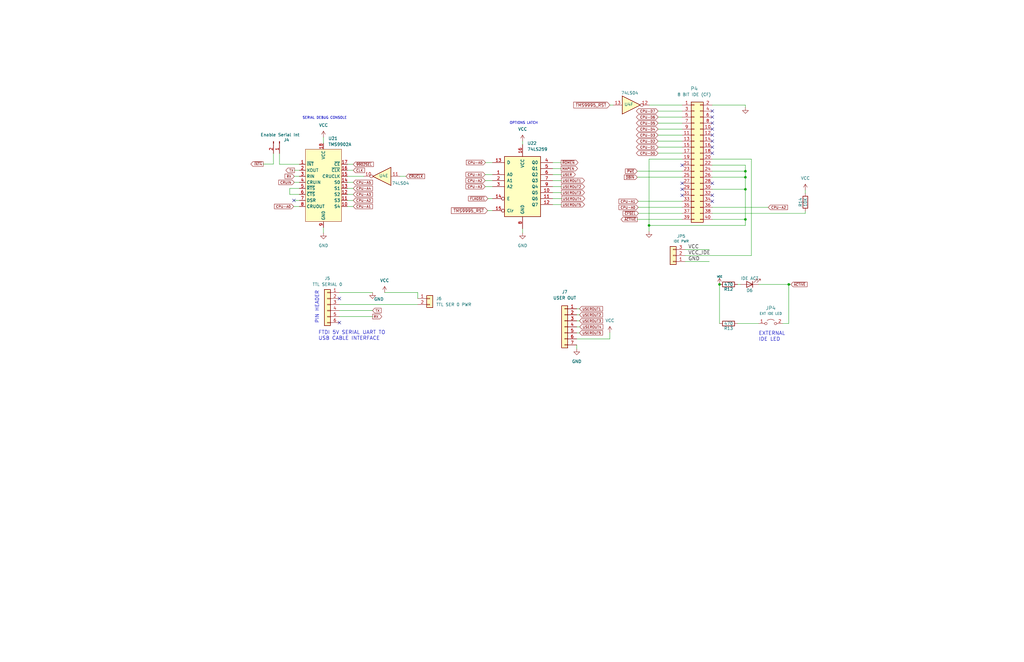
<source format=kicad_sch>
(kicad_sch (version 20211123) (generator eeschema)

  (uuid 745beb59-db8b-44b4-80b3-06646af53166)

  (paper "B")

  (title_block
    (title "DuoDyne TMS9995 CPU board")
    (date "2023-10-14")
    (rev "V0.5")
  )

  (lib_symbols
    (symbol "74xx:74LS04" (in_bom yes) (on_board yes)
      (property "Reference" "U" (id 0) (at 0 1.27 0)
        (effects (font (size 1.27 1.27)))
      )
      (property "Value" "74LS04" (id 1) (at 0 -1.27 0)
        (effects (font (size 1.27 1.27)))
      )
      (property "Footprint" "" (id 2) (at 0 0 0)
        (effects (font (size 1.27 1.27)) hide)
      )
      (property "Datasheet" "http://www.ti.com/lit/gpn/sn74LS04" (id 3) (at 0 0 0)
        (effects (font (size 1.27 1.27)) hide)
      )
      (property "ki_locked" "" (id 4) (at 0 0 0)
        (effects (font (size 1.27 1.27)))
      )
      (property "ki_keywords" "TTL not inv" (id 5) (at 0 0 0)
        (effects (font (size 1.27 1.27)) hide)
      )
      (property "ki_description" "Hex Inverter" (id 6) (at 0 0 0)
        (effects (font (size 1.27 1.27)) hide)
      )
      (property "ki_fp_filters" "DIP*W7.62mm* SSOP?14* TSSOP?14*" (id 7) (at 0 0 0)
        (effects (font (size 1.27 1.27)) hide)
      )
      (symbol "74LS04_1_0"
        (polyline
          (pts
            (xy -3.81 3.81)
            (xy -3.81 -3.81)
            (xy 3.81 0)
            (xy -3.81 3.81)
          )
          (stroke (width 0.254) (type default) (color 0 0 0 0))
          (fill (type background))
        )
        (pin input line (at -7.62 0 0) (length 3.81)
          (name "~" (effects (font (size 1.27 1.27))))
          (number "1" (effects (font (size 1.27 1.27))))
        )
        (pin output inverted (at 7.62 0 180) (length 3.81)
          (name "~" (effects (font (size 1.27 1.27))))
          (number "2" (effects (font (size 1.27 1.27))))
        )
      )
      (symbol "74LS04_2_0"
        (polyline
          (pts
            (xy -3.81 3.81)
            (xy -3.81 -3.81)
            (xy 3.81 0)
            (xy -3.81 3.81)
          )
          (stroke (width 0.254) (type default) (color 0 0 0 0))
          (fill (type background))
        )
        (pin input line (at -7.62 0 0) (length 3.81)
          (name "~" (effects (font (size 1.27 1.27))))
          (number "3" (effects (font (size 1.27 1.27))))
        )
        (pin output inverted (at 7.62 0 180) (length 3.81)
          (name "~" (effects (font (size 1.27 1.27))))
          (number "4" (effects (font (size 1.27 1.27))))
        )
      )
      (symbol "74LS04_3_0"
        (polyline
          (pts
            (xy -3.81 3.81)
            (xy -3.81 -3.81)
            (xy 3.81 0)
            (xy -3.81 3.81)
          )
          (stroke (width 0.254) (type default) (color 0 0 0 0))
          (fill (type background))
        )
        (pin input line (at -7.62 0 0) (length 3.81)
          (name "~" (effects (font (size 1.27 1.27))))
          (number "5" (effects (font (size 1.27 1.27))))
        )
        (pin output inverted (at 7.62 0 180) (length 3.81)
          (name "~" (effects (font (size 1.27 1.27))))
          (number "6" (effects (font (size 1.27 1.27))))
        )
      )
      (symbol "74LS04_4_0"
        (polyline
          (pts
            (xy -3.81 3.81)
            (xy -3.81 -3.81)
            (xy 3.81 0)
            (xy -3.81 3.81)
          )
          (stroke (width 0.254) (type default) (color 0 0 0 0))
          (fill (type background))
        )
        (pin output inverted (at 7.62 0 180) (length 3.81)
          (name "~" (effects (font (size 1.27 1.27))))
          (number "8" (effects (font (size 1.27 1.27))))
        )
        (pin input line (at -7.62 0 0) (length 3.81)
          (name "~" (effects (font (size 1.27 1.27))))
          (number "9" (effects (font (size 1.27 1.27))))
        )
      )
      (symbol "74LS04_5_0"
        (polyline
          (pts
            (xy -3.81 3.81)
            (xy -3.81 -3.81)
            (xy 3.81 0)
            (xy -3.81 3.81)
          )
          (stroke (width 0.254) (type default) (color 0 0 0 0))
          (fill (type background))
        )
        (pin output inverted (at 7.62 0 180) (length 3.81)
          (name "~" (effects (font (size 1.27 1.27))))
          (number "10" (effects (font (size 1.27 1.27))))
        )
        (pin input line (at -7.62 0 0) (length 3.81)
          (name "~" (effects (font (size 1.27 1.27))))
          (number "11" (effects (font (size 1.27 1.27))))
        )
      )
      (symbol "74LS04_6_0"
        (polyline
          (pts
            (xy -3.81 3.81)
            (xy -3.81 -3.81)
            (xy 3.81 0)
            (xy -3.81 3.81)
          )
          (stroke (width 0.254) (type default) (color 0 0 0 0))
          (fill (type background))
        )
        (pin output inverted (at 7.62 0 180) (length 3.81)
          (name "~" (effects (font (size 1.27 1.27))))
          (number "12" (effects (font (size 1.27 1.27))))
        )
        (pin input line (at -7.62 0 0) (length 3.81)
          (name "~" (effects (font (size 1.27 1.27))))
          (number "13" (effects (font (size 1.27 1.27))))
        )
      )
      (symbol "74LS04_7_0"
        (pin power_in line (at 0 12.7 270) (length 5.08)
          (name "VCC" (effects (font (size 1.27 1.27))))
          (number "14" (effects (font (size 1.27 1.27))))
        )
        (pin power_in line (at 0 -12.7 90) (length 5.08)
          (name "GND" (effects (font (size 1.27 1.27))))
          (number "7" (effects (font (size 1.27 1.27))))
        )
      )
      (symbol "74LS04_7_1"
        (rectangle (start -5.08 7.62) (end 5.08 -7.62)
          (stroke (width 0.254) (type default) (color 0 0 0 0))
          (fill (type background))
        )
      )
    )
    (symbol "74xx:74LS259" (pin_names (offset 1.016)) (in_bom yes) (on_board yes)
      (property "Reference" "U" (id 0) (at -7.62 13.97 0)
        (effects (font (size 1.27 1.27)))
      )
      (property "Value" "74LS259" (id 1) (at -7.62 -13.97 0)
        (effects (font (size 1.27 1.27)))
      )
      (property "Footprint" "" (id 2) (at 0 0 0)
        (effects (font (size 1.27 1.27)) hide)
      )
      (property "Datasheet" "http://www.ti.com/lit/gpn/sn74LS259" (id 3) (at 0 0 0)
        (effects (font (size 1.27 1.27)) hide)
      )
      (property "ki_locked" "" (id 4) (at 0 0 0)
        (effects (font (size 1.27 1.27)))
      )
      (property "ki_keywords" "TTL REG DFF" (id 5) (at 0 0 0)
        (effects (font (size 1.27 1.27)) hide)
      )
      (property "ki_description" "8-bit addressable latch" (id 6) (at 0 0 0)
        (effects (font (size 1.27 1.27)) hide)
      )
      (property "ki_fp_filters" "DIP?16*" (id 7) (at 0 0 0)
        (effects (font (size 1.27 1.27)) hide)
      )
      (symbol "74LS259_1_0"
        (pin input line (at -12.7 5.08 0) (length 5.08)
          (name "A0" (effects (font (size 1.27 1.27))))
          (number "1" (effects (font (size 1.27 1.27))))
        )
        (pin output line (at 12.7 -2.54 180) (length 5.08)
          (name "Q5" (effects (font (size 1.27 1.27))))
          (number "10" (effects (font (size 1.27 1.27))))
        )
        (pin output line (at 12.7 -5.08 180) (length 5.08)
          (name "Q6" (effects (font (size 1.27 1.27))))
          (number "11" (effects (font (size 1.27 1.27))))
        )
        (pin output line (at 12.7 -7.62 180) (length 5.08)
          (name "Q7" (effects (font (size 1.27 1.27))))
          (number "12" (effects (font (size 1.27 1.27))))
        )
        (pin input line (at -12.7 10.16 0) (length 5.08)
          (name "D" (effects (font (size 1.27 1.27))))
          (number "13" (effects (font (size 1.27 1.27))))
        )
        (pin input inverted (at -12.7 -5.08 0) (length 5.08)
          (name "E" (effects (font (size 1.27 1.27))))
          (number "14" (effects (font (size 1.27 1.27))))
        )
        (pin input inverted (at -12.7 -10.16 0) (length 5.08)
          (name "Clr" (effects (font (size 1.27 1.27))))
          (number "15" (effects (font (size 1.27 1.27))))
        )
        (pin power_in line (at 0 17.78 270) (length 5.08)
          (name "VCC" (effects (font (size 1.27 1.27))))
          (number "16" (effects (font (size 1.27 1.27))))
        )
        (pin input line (at -12.7 2.54 0) (length 5.08)
          (name "A1" (effects (font (size 1.27 1.27))))
          (number "2" (effects (font (size 1.27 1.27))))
        )
        (pin input line (at -12.7 0 0) (length 5.08)
          (name "A2" (effects (font (size 1.27 1.27))))
          (number "3" (effects (font (size 1.27 1.27))))
        )
        (pin output line (at 12.7 10.16 180) (length 5.08)
          (name "Q0" (effects (font (size 1.27 1.27))))
          (number "4" (effects (font (size 1.27 1.27))))
        )
        (pin output line (at 12.7 7.62 180) (length 5.08)
          (name "Q1" (effects (font (size 1.27 1.27))))
          (number "5" (effects (font (size 1.27 1.27))))
        )
        (pin output line (at 12.7 5.08 180) (length 5.08)
          (name "Q2" (effects (font (size 1.27 1.27))))
          (number "6" (effects (font (size 1.27 1.27))))
        )
        (pin output line (at 12.7 2.54 180) (length 5.08)
          (name "Q3" (effects (font (size 1.27 1.27))))
          (number "7" (effects (font (size 1.27 1.27))))
        )
        (pin power_in line (at 0 -17.78 90) (length 5.08)
          (name "GND" (effects (font (size 1.27 1.27))))
          (number "8" (effects (font (size 1.27 1.27))))
        )
        (pin output line (at 12.7 0 180) (length 5.08)
          (name "Q4" (effects (font (size 1.27 1.27))))
          (number "9" (effects (font (size 1.27 1.27))))
        )
      )
      (symbol "74LS259_1_1"
        (rectangle (start -7.62 12.7) (end 7.62 -12.7)
          (stroke (width 0.254) (type default) (color 0 0 0 0))
          (fill (type background))
        )
      )
    )
    (symbol "CUSTOM_LIB:TMS9902A" (in_bom yes) (on_board yes)
      (property "Reference" "U21" (id 0) (at -3.0606 19.812 0)
        (effects (font (size 1.27 1.27)) (justify left))
      )
      (property "Value" "TMS9902A" (id 1) (at -3.0606 17.272 0)
        (effects (font (size 1.27 1.27)) (justify left))
      )
      (property "Footprint" "Package_DIP:DIP-18_W7.62mm_Socket_LongPads" (id 2) (at -7.62 -2.54 0)
        (effects (font (size 1.27 1.27)) hide)
      )
      (property "Datasheet" "" (id 3) (at -7.62 -2.54 0)
        (effects (font (size 1.27 1.27)) hide)
      )
      (symbol "TMS9902A_0_1"
        (rectangle (start -12.7 15.24) (end 2.54 -15.24)
          (stroke (width 0) (type default) (color 0 0 0 0))
          (fill (type background))
        )
      )
      (symbol "TMS9902A_1_1"
        (pin output line (at -15.24 8.89 0) (length 2.54)
          (name "~{INT}" (effects (font (size 1.27 1.27))))
          (number "1" (effects (font (size 1.27 1.27))))
        )
        (pin input line (at 5.08 -8.89 180) (length 2.54)
          (name "S4" (effects (font (size 1.27 1.27))))
          (number "10" (effects (font (size 1.27 1.27))))
        )
        (pin input line (at 5.08 -6.35 180) (length 2.54)
          (name "S3" (effects (font (size 1.27 1.27))))
          (number "11" (effects (font (size 1.27 1.27))))
        )
        (pin input line (at 5.08 -3.81 180) (length 2.54)
          (name "S2" (effects (font (size 1.27 1.27))))
          (number "12" (effects (font (size 1.27 1.27))))
        )
        (pin input line (at 5.08 -1.27 180) (length 2.54)
          (name "S1" (effects (font (size 1.27 1.27))))
          (number "13" (effects (font (size 1.27 1.27))))
        )
        (pin input line (at 5.08 1.27 180) (length 2.54)
          (name "S0" (effects (font (size 1.27 1.27))))
          (number "14" (effects (font (size 1.27 1.27))))
        )
        (pin input line (at 5.08 3.81 180) (length 2.54)
          (name "CRUCLK" (effects (font (size 1.27 1.27))))
          (number "15" (effects (font (size 1.27 1.27))))
        )
        (pin input line (at 5.08 6.35 180) (length 2.54)
          (name "~{CLK}" (effects (font (size 1.27 1.27))))
          (number "16" (effects (font (size 1.27 1.27))))
        )
        (pin input line (at 5.08 8.89 180) (length 2.54)
          (name "~{CE}" (effects (font (size 1.27 1.27))))
          (number "17" (effects (font (size 1.27 1.27))))
        )
        (pin power_in line (at -5.08 17.78 270) (length 2.54)
          (name "VCC" (effects (font (size 1.27 1.27))))
          (number "18" (effects (font (size 1.27 1.27))))
        )
        (pin output line (at -15.24 6.35 0) (length 2.54)
          (name "XOUT" (effects (font (size 1.27 1.27))))
          (number "2" (effects (font (size 1.27 1.27))))
        )
        (pin input line (at -15.24 3.81 0) (length 2.54)
          (name "RIN" (effects (font (size 1.27 1.27))))
          (number "3" (effects (font (size 1.27 1.27))))
        )
        (pin output line (at -15.24 1.27 0) (length 2.54)
          (name "CRUIN" (effects (font (size 1.27 1.27))))
          (number "4" (effects (font (size 1.27 1.27))))
        )
        (pin input line (at -15.24 -1.27 0) (length 2.54)
          (name "~{RTS}" (effects (font (size 1.27 1.27))))
          (number "5" (effects (font (size 1.27 1.27))))
        )
        (pin output line (at -15.24 -3.81 0) (length 2.54)
          (name "~{CTS}" (effects (font (size 1.27 1.27))))
          (number "6" (effects (font (size 1.27 1.27))))
        )
        (pin input line (at -15.24 -6.35 0) (length 2.54)
          (name "DSR" (effects (font (size 1.27 1.27))))
          (number "7" (effects (font (size 1.27 1.27))))
        )
        (pin input line (at -15.24 -8.89 0) (length 2.54)
          (name "CRUOUT" (effects (font (size 1.27 1.27))))
          (number "8" (effects (font (size 1.27 1.27))))
        )
        (pin power_in line (at -5.08 -17.78 90) (length 2.54)
          (name "GND" (effects (font (size 1.27 1.27))))
          (number "9" (effects (font (size 1.27 1.27))))
        )
      )
    )
    (symbol "Connector:Conn_01x02_Male" (pin_names (offset 1.016) hide) (in_bom yes) (on_board yes)
      (property "Reference" "J" (id 0) (at 0 2.54 0)
        (effects (font (size 1.27 1.27)))
      )
      (property "Value" "Conn_01x02_Male" (id 1) (at 0 -5.08 0)
        (effects (font (size 1.27 1.27)))
      )
      (property "Footprint" "" (id 2) (at 0 0 0)
        (effects (font (size 1.27 1.27)) hide)
      )
      (property "Datasheet" "~" (id 3) (at 0 0 0)
        (effects (font (size 1.27 1.27)) hide)
      )
      (property "ki_keywords" "connector" (id 4) (at 0 0 0)
        (effects (font (size 1.27 1.27)) hide)
      )
      (property "ki_description" "Generic connector, single row, 01x02, script generated (kicad-library-utils/schlib/autogen/connector/)" (id 5) (at 0 0 0)
        (effects (font (size 1.27 1.27)) hide)
      )
      (property "ki_fp_filters" "Connector*:*_1x??_*" (id 6) (at 0 0 0)
        (effects (font (size 1.27 1.27)) hide)
      )
      (symbol "Conn_01x02_Male_1_1"
        (polyline
          (pts
            (xy 1.27 -2.54)
            (xy 0.8636 -2.54)
          )
          (stroke (width 0.1524) (type default) (color 0 0 0 0))
          (fill (type none))
        )
        (polyline
          (pts
            (xy 1.27 0)
            (xy 0.8636 0)
          )
          (stroke (width 0.1524) (type default) (color 0 0 0 0))
          (fill (type none))
        )
        (rectangle (start 0.8636 -2.413) (end 0 -2.667)
          (stroke (width 0.1524) (type default) (color 0 0 0 0))
          (fill (type outline))
        )
        (rectangle (start 0.8636 0.127) (end 0 -0.127)
          (stroke (width 0.1524) (type default) (color 0 0 0 0))
          (fill (type outline))
        )
        (pin passive line (at 5.08 0 180) (length 3.81)
          (name "Pin_1" (effects (font (size 1.27 1.27))))
          (number "1" (effects (font (size 1.27 1.27))))
        )
        (pin passive line (at 5.08 -2.54 180) (length 3.81)
          (name "Pin_2" (effects (font (size 1.27 1.27))))
          (number "2" (effects (font (size 1.27 1.27))))
        )
      )
    )
    (symbol "Connector_Generic:Conn_01x02" (pin_names (offset 1.016) hide) (in_bom yes) (on_board yes)
      (property "Reference" "J" (id 0) (at 0 2.54 0)
        (effects (font (size 1.27 1.27)))
      )
      (property "Value" "Conn_01x02" (id 1) (at 0 -5.08 0)
        (effects (font (size 1.27 1.27)))
      )
      (property "Footprint" "" (id 2) (at 0 0 0)
        (effects (font (size 1.27 1.27)) hide)
      )
      (property "Datasheet" "~" (id 3) (at 0 0 0)
        (effects (font (size 1.27 1.27)) hide)
      )
      (property "ki_keywords" "connector" (id 4) (at 0 0 0)
        (effects (font (size 1.27 1.27)) hide)
      )
      (property "ki_description" "Generic connector, single row, 01x02, script generated (kicad-library-utils/schlib/autogen/connector/)" (id 5) (at 0 0 0)
        (effects (font (size 1.27 1.27)) hide)
      )
      (property "ki_fp_filters" "Connector*:*_1x??_*" (id 6) (at 0 0 0)
        (effects (font (size 1.27 1.27)) hide)
      )
      (symbol "Conn_01x02_1_1"
        (rectangle (start -1.27 -2.413) (end 0 -2.667)
          (stroke (width 0.1524) (type default) (color 0 0 0 0))
          (fill (type none))
        )
        (rectangle (start -1.27 0.127) (end 0 -0.127)
          (stroke (width 0.1524) (type default) (color 0 0 0 0))
          (fill (type none))
        )
        (rectangle (start -1.27 1.27) (end 1.27 -3.81)
          (stroke (width 0.254) (type default) (color 0 0 0 0))
          (fill (type background))
        )
        (pin passive line (at -5.08 0 0) (length 3.81)
          (name "Pin_1" (effects (font (size 1.27 1.27))))
          (number "1" (effects (font (size 1.27 1.27))))
        )
        (pin passive line (at -5.08 -2.54 0) (length 3.81)
          (name "Pin_2" (effects (font (size 1.27 1.27))))
          (number "2" (effects (font (size 1.27 1.27))))
        )
      )
    )
    (symbol "Connector_Generic:Conn_01x03" (pin_names (offset 1.016) hide) (in_bom yes) (on_board yes)
      (property "Reference" "J" (id 0) (at 0 5.08 0)
        (effects (font (size 1.27 1.27)))
      )
      (property "Value" "Conn_01x03" (id 1) (at 0 -5.08 0)
        (effects (font (size 1.27 1.27)))
      )
      (property "Footprint" "" (id 2) (at 0 0 0)
        (effects (font (size 1.27 1.27)) hide)
      )
      (property "Datasheet" "~" (id 3) (at 0 0 0)
        (effects (font (size 1.27 1.27)) hide)
      )
      (property "ki_keywords" "connector" (id 4) (at 0 0 0)
        (effects (font (size 1.27 1.27)) hide)
      )
      (property "ki_description" "Generic connector, single row, 01x03, script generated (kicad-library-utils/schlib/autogen/connector/)" (id 5) (at 0 0 0)
        (effects (font (size 1.27 1.27)) hide)
      )
      (property "ki_fp_filters" "Connector*:*_1x??_*" (id 6) (at 0 0 0)
        (effects (font (size 1.27 1.27)) hide)
      )
      (symbol "Conn_01x03_1_1"
        (rectangle (start -1.27 -2.413) (end 0 -2.667)
          (stroke (width 0.1524) (type default) (color 0 0 0 0))
          (fill (type none))
        )
        (rectangle (start -1.27 0.127) (end 0 -0.127)
          (stroke (width 0.1524) (type default) (color 0 0 0 0))
          (fill (type none))
        )
        (rectangle (start -1.27 2.667) (end 0 2.413)
          (stroke (width 0.1524) (type default) (color 0 0 0 0))
          (fill (type none))
        )
        (rectangle (start -1.27 3.81) (end 1.27 -3.81)
          (stroke (width 0.254) (type default) (color 0 0 0 0))
          (fill (type background))
        )
        (pin passive line (at -5.08 2.54 0) (length 3.81)
          (name "Pin_1" (effects (font (size 1.27 1.27))))
          (number "1" (effects (font (size 1.27 1.27))))
        )
        (pin passive line (at -5.08 0 0) (length 3.81)
          (name "Pin_2" (effects (font (size 1.27 1.27))))
          (number "2" (effects (font (size 1.27 1.27))))
        )
        (pin passive line (at -5.08 -2.54 0) (length 3.81)
          (name "Pin_3" (effects (font (size 1.27 1.27))))
          (number "3" (effects (font (size 1.27 1.27))))
        )
      )
    )
    (symbol "Connector_Generic:Conn_01x06" (pin_names (offset 1.016) hide) (in_bom yes) (on_board yes)
      (property "Reference" "J" (id 0) (at 0 7.62 0)
        (effects (font (size 1.27 1.27)))
      )
      (property "Value" "Conn_01x06" (id 1) (at 0 -10.16 0)
        (effects (font (size 1.27 1.27)))
      )
      (property "Footprint" "" (id 2) (at 0 0 0)
        (effects (font (size 1.27 1.27)) hide)
      )
      (property "Datasheet" "~" (id 3) (at 0 0 0)
        (effects (font (size 1.27 1.27)) hide)
      )
      (property "ki_keywords" "connector" (id 4) (at 0 0 0)
        (effects (font (size 1.27 1.27)) hide)
      )
      (property "ki_description" "Generic connector, single row, 01x06, script generated (kicad-library-utils/schlib/autogen/connector/)" (id 5) (at 0 0 0)
        (effects (font (size 1.27 1.27)) hide)
      )
      (property "ki_fp_filters" "Connector*:*_1x??_*" (id 6) (at 0 0 0)
        (effects (font (size 1.27 1.27)) hide)
      )
      (symbol "Conn_01x06_1_1"
        (rectangle (start -1.27 -7.493) (end 0 -7.747)
          (stroke (width 0.1524) (type default) (color 0 0 0 0))
          (fill (type none))
        )
        (rectangle (start -1.27 -4.953) (end 0 -5.207)
          (stroke (width 0.1524) (type default) (color 0 0 0 0))
          (fill (type none))
        )
        (rectangle (start -1.27 -2.413) (end 0 -2.667)
          (stroke (width 0.1524) (type default) (color 0 0 0 0))
          (fill (type none))
        )
        (rectangle (start -1.27 0.127) (end 0 -0.127)
          (stroke (width 0.1524) (type default) (color 0 0 0 0))
          (fill (type none))
        )
        (rectangle (start -1.27 2.667) (end 0 2.413)
          (stroke (width 0.1524) (type default) (color 0 0 0 0))
          (fill (type none))
        )
        (rectangle (start -1.27 5.207) (end 0 4.953)
          (stroke (width 0.1524) (type default) (color 0 0 0 0))
          (fill (type none))
        )
        (rectangle (start -1.27 6.35) (end 1.27 -8.89)
          (stroke (width 0.254) (type default) (color 0 0 0 0))
          (fill (type background))
        )
        (pin passive line (at -5.08 5.08 0) (length 3.81)
          (name "Pin_1" (effects (font (size 1.27 1.27))))
          (number "1" (effects (font (size 1.27 1.27))))
        )
        (pin passive line (at -5.08 2.54 0) (length 3.81)
          (name "Pin_2" (effects (font (size 1.27 1.27))))
          (number "2" (effects (font (size 1.27 1.27))))
        )
        (pin passive line (at -5.08 0 0) (length 3.81)
          (name "Pin_3" (effects (font (size 1.27 1.27))))
          (number "3" (effects (font (size 1.27 1.27))))
        )
        (pin passive line (at -5.08 -2.54 0) (length 3.81)
          (name "Pin_4" (effects (font (size 1.27 1.27))))
          (number "4" (effects (font (size 1.27 1.27))))
        )
        (pin passive line (at -5.08 -5.08 0) (length 3.81)
          (name "Pin_5" (effects (font (size 1.27 1.27))))
          (number "5" (effects (font (size 1.27 1.27))))
        )
        (pin passive line (at -5.08 -7.62 0) (length 3.81)
          (name "Pin_6" (effects (font (size 1.27 1.27))))
          (number "6" (effects (font (size 1.27 1.27))))
        )
      )
    )
    (symbol "Connector_Generic:Conn_01x07" (pin_names (offset 1.016) hide) (in_bom yes) (on_board yes)
      (property "Reference" "J" (id 0) (at 0 10.16 0)
        (effects (font (size 1.27 1.27)))
      )
      (property "Value" "Conn_01x07" (id 1) (at 0 -10.16 0)
        (effects (font (size 1.27 1.27)))
      )
      (property "Footprint" "" (id 2) (at 0 0 0)
        (effects (font (size 1.27 1.27)) hide)
      )
      (property "Datasheet" "~" (id 3) (at 0 0 0)
        (effects (font (size 1.27 1.27)) hide)
      )
      (property "ki_keywords" "connector" (id 4) (at 0 0 0)
        (effects (font (size 1.27 1.27)) hide)
      )
      (property "ki_description" "Generic connector, single row, 01x07, script generated (kicad-library-utils/schlib/autogen/connector/)" (id 5) (at 0 0 0)
        (effects (font (size 1.27 1.27)) hide)
      )
      (property "ki_fp_filters" "Connector*:*_1x??_*" (id 6) (at 0 0 0)
        (effects (font (size 1.27 1.27)) hide)
      )
      (symbol "Conn_01x07_1_1"
        (rectangle (start -1.27 -7.493) (end 0 -7.747)
          (stroke (width 0.1524) (type default) (color 0 0 0 0))
          (fill (type none))
        )
        (rectangle (start -1.27 -4.953) (end 0 -5.207)
          (stroke (width 0.1524) (type default) (color 0 0 0 0))
          (fill (type none))
        )
        (rectangle (start -1.27 -2.413) (end 0 -2.667)
          (stroke (width 0.1524) (type default) (color 0 0 0 0))
          (fill (type none))
        )
        (rectangle (start -1.27 0.127) (end 0 -0.127)
          (stroke (width 0.1524) (type default) (color 0 0 0 0))
          (fill (type none))
        )
        (rectangle (start -1.27 2.667) (end 0 2.413)
          (stroke (width 0.1524) (type default) (color 0 0 0 0))
          (fill (type none))
        )
        (rectangle (start -1.27 5.207) (end 0 4.953)
          (stroke (width 0.1524) (type default) (color 0 0 0 0))
          (fill (type none))
        )
        (rectangle (start -1.27 7.747) (end 0 7.493)
          (stroke (width 0.1524) (type default) (color 0 0 0 0))
          (fill (type none))
        )
        (rectangle (start -1.27 8.89) (end 1.27 -8.89)
          (stroke (width 0.254) (type default) (color 0 0 0 0))
          (fill (type background))
        )
        (pin passive line (at -5.08 7.62 0) (length 3.81)
          (name "Pin_1" (effects (font (size 1.27 1.27))))
          (number "1" (effects (font (size 1.27 1.27))))
        )
        (pin passive line (at -5.08 5.08 0) (length 3.81)
          (name "Pin_2" (effects (font (size 1.27 1.27))))
          (number "2" (effects (font (size 1.27 1.27))))
        )
        (pin passive line (at -5.08 2.54 0) (length 3.81)
          (name "Pin_3" (effects (font (size 1.27 1.27))))
          (number "3" (effects (font (size 1.27 1.27))))
        )
        (pin passive line (at -5.08 0 0) (length 3.81)
          (name "Pin_4" (effects (font (size 1.27 1.27))))
          (number "4" (effects (font (size 1.27 1.27))))
        )
        (pin passive line (at -5.08 -2.54 0) (length 3.81)
          (name "Pin_5" (effects (font (size 1.27 1.27))))
          (number "5" (effects (font (size 1.27 1.27))))
        )
        (pin passive line (at -5.08 -5.08 0) (length 3.81)
          (name "Pin_6" (effects (font (size 1.27 1.27))))
          (number "6" (effects (font (size 1.27 1.27))))
        )
        (pin passive line (at -5.08 -7.62 0) (length 3.81)
          (name "Pin_7" (effects (font (size 1.27 1.27))))
          (number "7" (effects (font (size 1.27 1.27))))
        )
      )
    )
    (symbol "Connector_Generic:Conn_02x20_Odd_Even" (pin_names (offset 1.016) hide) (in_bom yes) (on_board yes)
      (property "Reference" "J" (id 0) (at 1.27 25.4 0)
        (effects (font (size 1.27 1.27)))
      )
      (property "Value" "Conn_02x20_Odd_Even" (id 1) (at 1.27 -27.94 0)
        (effects (font (size 1.27 1.27)))
      )
      (property "Footprint" "" (id 2) (at 0 0 0)
        (effects (font (size 1.27 1.27)) hide)
      )
      (property "Datasheet" "~" (id 3) (at 0 0 0)
        (effects (font (size 1.27 1.27)) hide)
      )
      (property "ki_keywords" "connector" (id 4) (at 0 0 0)
        (effects (font (size 1.27 1.27)) hide)
      )
      (property "ki_description" "Generic connector, double row, 02x20, odd/even pin numbering scheme (row 1 odd numbers, row 2 even numbers), script generated (kicad-library-utils/schlib/autogen/connector/)" (id 5) (at 0 0 0)
        (effects (font (size 1.27 1.27)) hide)
      )
      (property "ki_fp_filters" "Connector*:*_2x??_*" (id 6) (at 0 0 0)
        (effects (font (size 1.27 1.27)) hide)
      )
      (symbol "Conn_02x20_Odd_Even_1_1"
        (rectangle (start -1.27 -25.273) (end 0 -25.527)
          (stroke (width 0.1524) (type default) (color 0 0 0 0))
          (fill (type none))
        )
        (rectangle (start -1.27 -22.733) (end 0 -22.987)
          (stroke (width 0.1524) (type default) (color 0 0 0 0))
          (fill (type none))
        )
        (rectangle (start -1.27 -20.193) (end 0 -20.447)
          (stroke (width 0.1524) (type default) (color 0 0 0 0))
          (fill (type none))
        )
        (rectangle (start -1.27 -17.653) (end 0 -17.907)
          (stroke (width 0.1524) (type default) (color 0 0 0 0))
          (fill (type none))
        )
        (rectangle (start -1.27 -15.113) (end 0 -15.367)
          (stroke (width 0.1524) (type default) (color 0 0 0 0))
          (fill (type none))
        )
        (rectangle (start -1.27 -12.573) (end 0 -12.827)
          (stroke (width 0.1524) (type default) (color 0 0 0 0))
          (fill (type none))
        )
        (rectangle (start -1.27 -10.033) (end 0 -10.287)
          (stroke (width 0.1524) (type default) (color 0 0 0 0))
          (fill (type none))
        )
        (rectangle (start -1.27 -7.493) (end 0 -7.747)
          (stroke (width 0.1524) (type default) (color 0 0 0 0))
          (fill (type none))
        )
        (rectangle (start -1.27 -4.953) (end 0 -5.207)
          (stroke (width 0.1524) (type default) (color 0 0 0 0))
          (fill (type none))
        )
        (rectangle (start -1.27 -2.413) (end 0 -2.667)
          (stroke (width 0.1524) (type default) (color 0 0 0 0))
          (fill (type none))
        )
        (rectangle (start -1.27 0.127) (end 0 -0.127)
          (stroke (width 0.1524) (type default) (color 0 0 0 0))
          (fill (type none))
        )
        (rectangle (start -1.27 2.667) (end 0 2.413)
          (stroke (width 0.1524) (type default) (color 0 0 0 0))
          (fill (type none))
        )
        (rectangle (start -1.27 5.207) (end 0 4.953)
          (stroke (width 0.1524) (type default) (color 0 0 0 0))
          (fill (type none))
        )
        (rectangle (start -1.27 7.747) (end 0 7.493)
          (stroke (width 0.1524) (type default) (color 0 0 0 0))
          (fill (type none))
        )
        (rectangle (start -1.27 10.287) (end 0 10.033)
          (stroke (width 0.1524) (type default) (color 0 0 0 0))
          (fill (type none))
        )
        (rectangle (start -1.27 12.827) (end 0 12.573)
          (stroke (width 0.1524) (type default) (color 0 0 0 0))
          (fill (type none))
        )
        (rectangle (start -1.27 15.367) (end 0 15.113)
          (stroke (width 0.1524) (type default) (color 0 0 0 0))
          (fill (type none))
        )
        (rectangle (start -1.27 17.907) (end 0 17.653)
          (stroke (width 0.1524) (type default) (color 0 0 0 0))
          (fill (type none))
        )
        (rectangle (start -1.27 20.447) (end 0 20.193)
          (stroke (width 0.1524) (type default) (color 0 0 0 0))
          (fill (type none))
        )
        (rectangle (start -1.27 22.987) (end 0 22.733)
          (stroke (width 0.1524) (type default) (color 0 0 0 0))
          (fill (type none))
        )
        (rectangle (start -1.27 24.13) (end 3.81 -26.67)
          (stroke (width 0.254) (type default) (color 0 0 0 0))
          (fill (type background))
        )
        (rectangle (start 3.81 -25.273) (end 2.54 -25.527)
          (stroke (width 0.1524) (type default) (color 0 0 0 0))
          (fill (type none))
        )
        (rectangle (start 3.81 -22.733) (end 2.54 -22.987)
          (stroke (width 0.1524) (type default) (color 0 0 0 0))
          (fill (type none))
        )
        (rectangle (start 3.81 -20.193) (end 2.54 -20.447)
          (stroke (width 0.1524) (type default) (color 0 0 0 0))
          (fill (type none))
        )
        (rectangle (start 3.81 -17.653) (end 2.54 -17.907)
          (stroke (width 0.1524) (type default) (color 0 0 0 0))
          (fill (type none))
        )
        (rectangle (start 3.81 -15.113) (end 2.54 -15.367)
          (stroke (width 0.1524) (type default) (color 0 0 0 0))
          (fill (type none))
        )
        (rectangle (start 3.81 -12.573) (end 2.54 -12.827)
          (stroke (width 0.1524) (type default) (color 0 0 0 0))
          (fill (type none))
        )
        (rectangle (start 3.81 -10.033) (end 2.54 -10.287)
          (stroke (width 0.1524) (type default) (color 0 0 0 0))
          (fill (type none))
        )
        (rectangle (start 3.81 -7.493) (end 2.54 -7.747)
          (stroke (width 0.1524) (type default) (color 0 0 0 0))
          (fill (type none))
        )
        (rectangle (start 3.81 -4.953) (end 2.54 -5.207)
          (stroke (width 0.1524) (type default) (color 0 0 0 0))
          (fill (type none))
        )
        (rectangle (start 3.81 -2.413) (end 2.54 -2.667)
          (stroke (width 0.1524) (type default) (color 0 0 0 0))
          (fill (type none))
        )
        (rectangle (start 3.81 0.127) (end 2.54 -0.127)
          (stroke (width 0.1524) (type default) (color 0 0 0 0))
          (fill (type none))
        )
        (rectangle (start 3.81 2.667) (end 2.54 2.413)
          (stroke (width 0.1524) (type default) (color 0 0 0 0))
          (fill (type none))
        )
        (rectangle (start 3.81 5.207) (end 2.54 4.953)
          (stroke (width 0.1524) (type default) (color 0 0 0 0))
          (fill (type none))
        )
        (rectangle (start 3.81 7.747) (end 2.54 7.493)
          (stroke (width 0.1524) (type default) (color 0 0 0 0))
          (fill (type none))
        )
        (rectangle (start 3.81 10.287) (end 2.54 10.033)
          (stroke (width 0.1524) (type default) (color 0 0 0 0))
          (fill (type none))
        )
        (rectangle (start 3.81 12.827) (end 2.54 12.573)
          (stroke (width 0.1524) (type default) (color 0 0 0 0))
          (fill (type none))
        )
        (rectangle (start 3.81 15.367) (end 2.54 15.113)
          (stroke (width 0.1524) (type default) (color 0 0 0 0))
          (fill (type none))
        )
        (rectangle (start 3.81 17.907) (end 2.54 17.653)
          (stroke (width 0.1524) (type default) (color 0 0 0 0))
          (fill (type none))
        )
        (rectangle (start 3.81 20.447) (end 2.54 20.193)
          (stroke (width 0.1524) (type default) (color 0 0 0 0))
          (fill (type none))
        )
        (rectangle (start 3.81 22.987) (end 2.54 22.733)
          (stroke (width 0.1524) (type default) (color 0 0 0 0))
          (fill (type none))
        )
        (pin passive line (at -5.08 22.86 0) (length 3.81)
          (name "Pin_1" (effects (font (size 1.27 1.27))))
          (number "1" (effects (font (size 1.27 1.27))))
        )
        (pin passive line (at 7.62 12.7 180) (length 3.81)
          (name "Pin_10" (effects (font (size 1.27 1.27))))
          (number "10" (effects (font (size 1.27 1.27))))
        )
        (pin passive line (at -5.08 10.16 0) (length 3.81)
          (name "Pin_11" (effects (font (size 1.27 1.27))))
          (number "11" (effects (font (size 1.27 1.27))))
        )
        (pin passive line (at 7.62 10.16 180) (length 3.81)
          (name "Pin_12" (effects (font (size 1.27 1.27))))
          (number "12" (effects (font (size 1.27 1.27))))
        )
        (pin passive line (at -5.08 7.62 0) (length 3.81)
          (name "Pin_13" (effects (font (size 1.27 1.27))))
          (number "13" (effects (font (size 1.27 1.27))))
        )
        (pin passive line (at 7.62 7.62 180) (length 3.81)
          (name "Pin_14" (effects (font (size 1.27 1.27))))
          (number "14" (effects (font (size 1.27 1.27))))
        )
        (pin passive line (at -5.08 5.08 0) (length 3.81)
          (name "Pin_15" (effects (font (size 1.27 1.27))))
          (number "15" (effects (font (size 1.27 1.27))))
        )
        (pin passive line (at 7.62 5.08 180) (length 3.81)
          (name "Pin_16" (effects (font (size 1.27 1.27))))
          (number "16" (effects (font (size 1.27 1.27))))
        )
        (pin passive line (at -5.08 2.54 0) (length 3.81)
          (name "Pin_17" (effects (font (size 1.27 1.27))))
          (number "17" (effects (font (size 1.27 1.27))))
        )
        (pin passive line (at 7.62 2.54 180) (length 3.81)
          (name "Pin_18" (effects (font (size 1.27 1.27))))
          (number "18" (effects (font (size 1.27 1.27))))
        )
        (pin passive line (at -5.08 0 0) (length 3.81)
          (name "Pin_19" (effects (font (size 1.27 1.27))))
          (number "19" (effects (font (size 1.27 1.27))))
        )
        (pin passive line (at 7.62 22.86 180) (length 3.81)
          (name "Pin_2" (effects (font (size 1.27 1.27))))
          (number "2" (effects (font (size 1.27 1.27))))
        )
        (pin passive line (at 7.62 0 180) (length 3.81)
          (name "Pin_20" (effects (font (size 1.27 1.27))))
          (number "20" (effects (font (size 1.27 1.27))))
        )
        (pin passive line (at -5.08 -2.54 0) (length 3.81)
          (name "Pin_21" (effects (font (size 1.27 1.27))))
          (number "21" (effects (font (size 1.27 1.27))))
        )
        (pin passive line (at 7.62 -2.54 180) (length 3.81)
          (name "Pin_22" (effects (font (size 1.27 1.27))))
          (number "22" (effects (font (size 1.27 1.27))))
        )
        (pin passive line (at -5.08 -5.08 0) (length 3.81)
          (name "Pin_23" (effects (font (size 1.27 1.27))))
          (number "23" (effects (font (size 1.27 1.27))))
        )
        (pin passive line (at 7.62 -5.08 180) (length 3.81)
          (name "Pin_24" (effects (font (size 1.27 1.27))))
          (number "24" (effects (font (size 1.27 1.27))))
        )
        (pin passive line (at -5.08 -7.62 0) (length 3.81)
          (name "Pin_25" (effects (font (size 1.27 1.27))))
          (number "25" (effects (font (size 1.27 1.27))))
        )
        (pin passive line (at 7.62 -7.62 180) (length 3.81)
          (name "Pin_26" (effects (font (size 1.27 1.27))))
          (number "26" (effects (font (size 1.27 1.27))))
        )
        (pin passive line (at -5.08 -10.16 0) (length 3.81)
          (name "Pin_27" (effects (font (size 1.27 1.27))))
          (number "27" (effects (font (size 1.27 1.27))))
        )
        (pin passive line (at 7.62 -10.16 180) (length 3.81)
          (name "Pin_28" (effects (font (size 1.27 1.27))))
          (number "28" (effects (font (size 1.27 1.27))))
        )
        (pin passive line (at -5.08 -12.7 0) (length 3.81)
          (name "Pin_29" (effects (font (size 1.27 1.27))))
          (number "29" (effects (font (size 1.27 1.27))))
        )
        (pin passive line (at -5.08 20.32 0) (length 3.81)
          (name "Pin_3" (effects (font (size 1.27 1.27))))
          (number "3" (effects (font (size 1.27 1.27))))
        )
        (pin passive line (at 7.62 -12.7 180) (length 3.81)
          (name "Pin_30" (effects (font (size 1.27 1.27))))
          (number "30" (effects (font (size 1.27 1.27))))
        )
        (pin passive line (at -5.08 -15.24 0) (length 3.81)
          (name "Pin_31" (effects (font (size 1.27 1.27))))
          (number "31" (effects (font (size 1.27 1.27))))
        )
        (pin passive line (at 7.62 -15.24 180) (length 3.81)
          (name "Pin_32" (effects (font (size 1.27 1.27))))
          (number "32" (effects (font (size 1.27 1.27))))
        )
        (pin passive line (at -5.08 -17.78 0) (length 3.81)
          (name "Pin_33" (effects (font (size 1.27 1.27))))
          (number "33" (effects (font (size 1.27 1.27))))
        )
        (pin passive line (at 7.62 -17.78 180) (length 3.81)
          (name "Pin_34" (effects (font (size 1.27 1.27))))
          (number "34" (effects (font (size 1.27 1.27))))
        )
        (pin passive line (at -5.08 -20.32 0) (length 3.81)
          (name "Pin_35" (effects (font (size 1.27 1.27))))
          (number "35" (effects (font (size 1.27 1.27))))
        )
        (pin passive line (at 7.62 -20.32 180) (length 3.81)
          (name "Pin_36" (effects (font (size 1.27 1.27))))
          (number "36" (effects (font (size 1.27 1.27))))
        )
        (pin passive line (at -5.08 -22.86 0) (length 3.81)
          (name "Pin_37" (effects (font (size 1.27 1.27))))
          (number "37" (effects (font (size 1.27 1.27))))
        )
        (pin passive line (at 7.62 -22.86 180) (length 3.81)
          (name "Pin_38" (effects (font (size 1.27 1.27))))
          (number "38" (effects (font (size 1.27 1.27))))
        )
        (pin passive line (at -5.08 -25.4 0) (length 3.81)
          (name "Pin_39" (effects (font (size 1.27 1.27))))
          (number "39" (effects (font (size 1.27 1.27))))
        )
        (pin passive line (at 7.62 20.32 180) (length 3.81)
          (name "Pin_4" (effects (font (size 1.27 1.27))))
          (number "4" (effects (font (size 1.27 1.27))))
        )
        (pin passive line (at 7.62 -25.4 180) (length 3.81)
          (name "Pin_40" (effects (font (size 1.27 1.27))))
          (number "40" (effects (font (size 1.27 1.27))))
        )
        (pin passive line (at -5.08 17.78 0) (length 3.81)
          (name "Pin_5" (effects (font (size 1.27 1.27))))
          (number "5" (effects (font (size 1.27 1.27))))
        )
        (pin passive line (at 7.62 17.78 180) (length 3.81)
          (name "Pin_6" (effects (font (size 1.27 1.27))))
          (number "6" (effects (font (size 1.27 1.27))))
        )
        (pin passive line (at -5.08 15.24 0) (length 3.81)
          (name "Pin_7" (effects (font (size 1.27 1.27))))
          (number "7" (effects (font (size 1.27 1.27))))
        )
        (pin passive line (at 7.62 15.24 180) (length 3.81)
          (name "Pin_8" (effects (font (size 1.27 1.27))))
          (number "8" (effects (font (size 1.27 1.27))))
        )
        (pin passive line (at -5.08 12.7 0) (length 3.81)
          (name "Pin_9" (effects (font (size 1.27 1.27))))
          (number "9" (effects (font (size 1.27 1.27))))
        )
      )
    )
    (symbol "Device:LED" (pin_numbers hide) (pin_names (offset 1.016) hide) (in_bom yes) (on_board yes)
      (property "Reference" "D" (id 0) (at 0 2.54 0)
        (effects (font (size 1.27 1.27)))
      )
      (property "Value" "LED" (id 1) (at 0 -2.54 0)
        (effects (font (size 1.27 1.27)))
      )
      (property "Footprint" "" (id 2) (at 0 0 0)
        (effects (font (size 1.27 1.27)) hide)
      )
      (property "Datasheet" "~" (id 3) (at 0 0 0)
        (effects (font (size 1.27 1.27)) hide)
      )
      (property "ki_keywords" "LED diode" (id 4) (at 0 0 0)
        (effects (font (size 1.27 1.27)) hide)
      )
      (property "ki_description" "Light emitting diode" (id 5) (at 0 0 0)
        (effects (font (size 1.27 1.27)) hide)
      )
      (property "ki_fp_filters" "LED* LED_SMD:* LED_THT:*" (id 6) (at 0 0 0)
        (effects (font (size 1.27 1.27)) hide)
      )
      (symbol "LED_0_1"
        (polyline
          (pts
            (xy -1.27 -1.27)
            (xy -1.27 1.27)
          )
          (stroke (width 0.254) (type default) (color 0 0 0 0))
          (fill (type none))
        )
        (polyline
          (pts
            (xy -1.27 0)
            (xy 1.27 0)
          )
          (stroke (width 0) (type default) (color 0 0 0 0))
          (fill (type none))
        )
        (polyline
          (pts
            (xy 1.27 -1.27)
            (xy 1.27 1.27)
            (xy -1.27 0)
            (xy 1.27 -1.27)
          )
          (stroke (width 0.254) (type default) (color 0 0 0 0))
          (fill (type none))
        )
        (polyline
          (pts
            (xy -3.048 -0.762)
            (xy -4.572 -2.286)
            (xy -3.81 -2.286)
            (xy -4.572 -2.286)
            (xy -4.572 -1.524)
          )
          (stroke (width 0) (type default) (color 0 0 0 0))
          (fill (type none))
        )
        (polyline
          (pts
            (xy -1.778 -0.762)
            (xy -3.302 -2.286)
            (xy -2.54 -2.286)
            (xy -3.302 -2.286)
            (xy -3.302 -1.524)
          )
          (stroke (width 0) (type default) (color 0 0 0 0))
          (fill (type none))
        )
      )
      (symbol "LED_1_1"
        (pin passive line (at -3.81 0 0) (length 2.54)
          (name "K" (effects (font (size 1.27 1.27))))
          (number "1" (effects (font (size 1.27 1.27))))
        )
        (pin passive line (at 3.81 0 180) (length 2.54)
          (name "A" (effects (font (size 1.27 1.27))))
          (number "2" (effects (font (size 1.27 1.27))))
        )
      )
    )
    (symbol "Device:R" (pin_numbers hide) (pin_names (offset 0)) (in_bom yes) (on_board yes)
      (property "Reference" "R" (id 0) (at 2.032 0 90)
        (effects (font (size 1.27 1.27)))
      )
      (property "Value" "R" (id 1) (at 0 0 90)
        (effects (font (size 1.27 1.27)))
      )
      (property "Footprint" "" (id 2) (at -1.778 0 90)
        (effects (font (size 1.27 1.27)) hide)
      )
      (property "Datasheet" "~" (id 3) (at 0 0 0)
        (effects (font (size 1.27 1.27)) hide)
      )
      (property "ki_keywords" "R res resistor" (id 4) (at 0 0 0)
        (effects (font (size 1.27 1.27)) hide)
      )
      (property "ki_description" "Resistor" (id 5) (at 0 0 0)
        (effects (font (size 1.27 1.27)) hide)
      )
      (property "ki_fp_filters" "R_*" (id 6) (at 0 0 0)
        (effects (font (size 1.27 1.27)) hide)
      )
      (symbol "R_0_1"
        (rectangle (start -1.016 -2.54) (end 1.016 2.54)
          (stroke (width 0.254) (type default) (color 0 0 0 0))
          (fill (type none))
        )
      )
      (symbol "R_1_1"
        (pin passive line (at 0 3.81 270) (length 1.27)
          (name "~" (effects (font (size 1.27 1.27))))
          (number "1" (effects (font (size 1.27 1.27))))
        )
        (pin passive line (at 0 -3.81 90) (length 1.27)
          (name "~" (effects (font (size 1.27 1.27))))
          (number "2" (effects (font (size 1.27 1.27))))
        )
      )
    )
    (symbol "Jumper:Jumper_2_Open" (pin_names (offset 0) hide) (in_bom yes) (on_board yes)
      (property "Reference" "JP" (id 0) (at 0 2.794 0)
        (effects (font (size 1.27 1.27)))
      )
      (property "Value" "Jumper_2_Open" (id 1) (at 0 -2.286 0)
        (effects (font (size 1.27 1.27)))
      )
      (property "Footprint" "" (id 2) (at 0 0 0)
        (effects (font (size 1.27 1.27)) hide)
      )
      (property "Datasheet" "~" (id 3) (at 0 0 0)
        (effects (font (size 1.27 1.27)) hide)
      )
      (property "ki_keywords" "Jumper SPST" (id 4) (at 0 0 0)
        (effects (font (size 1.27 1.27)) hide)
      )
      (property "ki_description" "Jumper, 2-pole, open" (id 5) (at 0 0 0)
        (effects (font (size 1.27 1.27)) hide)
      )
      (property "ki_fp_filters" "Jumper* TestPoint*2Pads* TestPoint*Bridge*" (id 6) (at 0 0 0)
        (effects (font (size 1.27 1.27)) hide)
      )
      (symbol "Jumper_2_Open_0_0"
        (circle (center -2.032 0) (radius 0.508)
          (stroke (width 0) (type default) (color 0 0 0 0))
          (fill (type none))
        )
        (circle (center 2.032 0) (radius 0.508)
          (stroke (width 0) (type default) (color 0 0 0 0))
          (fill (type none))
        )
      )
      (symbol "Jumper_2_Open_0_1"
        (arc (start 1.524 1.27) (mid 0 1.778) (end -1.524 1.27)
          (stroke (width 0) (type default) (color 0 0 0 0))
          (fill (type none))
        )
      )
      (symbol "Jumper_2_Open_1_1"
        (pin passive line (at -5.08 0 0) (length 2.54)
          (name "A" (effects (font (size 1.27 1.27))))
          (number "1" (effects (font (size 1.27 1.27))))
        )
        (pin passive line (at 5.08 0 180) (length 2.54)
          (name "B" (effects (font (size 1.27 1.27))))
          (number "2" (effects (font (size 1.27 1.27))))
        )
      )
    )
    (symbol "power:GND" (power) (pin_names (offset 0)) (in_bom yes) (on_board yes)
      (property "Reference" "#PWR" (id 0) (at 0 -6.35 0)
        (effects (font (size 1.27 1.27)) hide)
      )
      (property "Value" "GND" (id 1) (at 0 -3.81 0)
        (effects (font (size 1.27 1.27)))
      )
      (property "Footprint" "" (id 2) (at 0 0 0)
        (effects (font (size 1.27 1.27)) hide)
      )
      (property "Datasheet" "" (id 3) (at 0 0 0)
        (effects (font (size 1.27 1.27)) hide)
      )
      (property "ki_keywords" "global power" (id 4) (at 0 0 0)
        (effects (font (size 1.27 1.27)) hide)
      )
      (property "ki_description" "Power symbol creates a global label with name \"GND\" , ground" (id 5) (at 0 0 0)
        (effects (font (size 1.27 1.27)) hide)
      )
      (symbol "GND_0_1"
        (polyline
          (pts
            (xy 0 0)
            (xy 0 -1.27)
            (xy 1.27 -1.27)
            (xy 0 -2.54)
            (xy -1.27 -1.27)
            (xy 0 -1.27)
          )
          (stroke (width 0) (type default) (color 0 0 0 0))
          (fill (type none))
        )
      )
      (symbol "GND_1_1"
        (pin power_in line (at 0 0 270) (length 0) hide
          (name "GND" (effects (font (size 1.27 1.27))))
          (number "1" (effects (font (size 1.27 1.27))))
        )
      )
    )
    (symbol "power:VCC" (power) (pin_names (offset 0)) (in_bom yes) (on_board yes)
      (property "Reference" "#PWR" (id 0) (at 0 -3.81 0)
        (effects (font (size 1.27 1.27)) hide)
      )
      (property "Value" "VCC" (id 1) (at 0 3.81 0)
        (effects (font (size 1.27 1.27)))
      )
      (property "Footprint" "" (id 2) (at 0 0 0)
        (effects (font (size 1.27 1.27)) hide)
      )
      (property "Datasheet" "" (id 3) (at 0 0 0)
        (effects (font (size 1.27 1.27)) hide)
      )
      (property "ki_keywords" "global power" (id 4) (at 0 0 0)
        (effects (font (size 1.27 1.27)) hide)
      )
      (property "ki_description" "Power symbol creates a global label with name \"VCC\"" (id 5) (at 0 0 0)
        (effects (font (size 1.27 1.27)) hide)
      )
      (symbol "VCC_0_1"
        (polyline
          (pts
            (xy -0.762 1.27)
            (xy 0 2.54)
          )
          (stroke (width 0) (type default) (color 0 0 0 0))
          (fill (type none))
        )
        (polyline
          (pts
            (xy 0 0)
            (xy 0 2.54)
          )
          (stroke (width 0) (type default) (color 0 0 0 0))
          (fill (type none))
        )
        (polyline
          (pts
            (xy 0 2.54)
            (xy 0.762 1.27)
          )
          (stroke (width 0) (type default) (color 0 0 0 0))
          (fill (type none))
        )
      )
      (symbol "VCC_1_1"
        (pin power_in line (at 0 0 90) (length 0) hide
          (name "VCC" (effects (font (size 1.27 1.27))))
          (number "1" (effects (font (size 1.27 1.27))))
        )
      )
    )
  )

  (junction (at 314.325 74.803) (diameter 0) (color 0 0 0 0)
    (uuid 015337d8-85ab-4845-bcae-b61f1b1649d2)
  )
  (junction (at 314.325 92.583) (diameter 0) (color 0 0 0 0)
    (uuid 39555ae0-3ca3-4dc4-82ca-09f3292c9439)
  )
  (junction (at 273.685 95.123) (diameter 0) (color 0 0 0 0)
    (uuid 438b8259-2314-4031-b7ce-9269f69b7a8a)
  )
  (junction (at 314.325 79.883) (diameter 0) (color 0 0 0 0)
    (uuid 4fa9baa1-f47b-45cd-98bd-1a5718a87fe4)
  )
  (junction (at 303.403 120.015) (diameter 0) (color 0 0 0 0)
    (uuid 5321bc14-38fe-4e71-bec0-df73ce2c528c)
  )
  (junction (at 332.613 120.015) (diameter 0) (color 0 0 0 0)
    (uuid 94ba6339-7ae4-46b6-9c6f-3c4e2f923478)
  )
  (junction (at 314.325 72.263) (diameter 0) (color 0 0 0 0)
    (uuid 9ca4c8a5-8a1a-4487-afa1-c042ad9c8b64)
  )

  (no_connect (at 300.355 64.643) (uuid 0775e8f0-b00c-485c-be89-e95d24cc04b9))
  (no_connect (at 300.355 51.943) (uuid 0c83f145-9986-4cd8-ae3b-4397e55e48ed))
  (no_connect (at 300.355 77.343) (uuid 17e9c857-a11f-41ee-bee6-816fcdb51a7a))
  (no_connect (at 300.355 54.483) (uuid 208f1c03-ed7c-463c-aef0-8bfc57269f03))
  (no_connect (at 300.355 46.863) (uuid 51b6323e-a3d7-422f-b2df-250011b8153d))
  (no_connect (at 300.355 62.103) (uuid 634fbf0f-4f4c-42e9-a27c-6995b9cec2dd))
  (no_connect (at 287.655 79.883) (uuid 672525d0-4a79-4993-b9fe-395ad7d0369a))
  (no_connect (at 300.355 84.963) (uuid 7bc7abaf-8cfa-4d4b-80a1-94e5b1c334e4))
  (no_connect (at 300.355 49.403) (uuid 8b8ba4ce-4a1f-4801-8571-6875267e1c18))
  (no_connect (at 287.655 69.723) (uuid 8e6d14d5-41bf-4b70-b56b-d1c3b7fc2b89))
  (no_connect (at 300.355 59.563) (uuid acc00852-941f-4378-b6a7-104a11085780))
  (no_connect (at 287.655 82.423) (uuid b004c186-3002-49c8-920d-cf966a47b5fc))
  (no_connect (at 287.655 77.343) (uuid b572cfa2-9649-4dac-a715-035a66bde8de))
  (no_connect (at 123.952 84.582) (uuid b74ecceb-ae35-4bb5-9719-c2a779401c1d))
  (no_connect (at 143.129 125.984) (uuid bc959d96-3e35-4783-bbd6-00e742e400c7))
  (no_connect (at 300.355 82.423) (uuid cb34647c-af0a-4830-bc2e-38b281fb1a30))
  (no_connect (at 143.129 136.144) (uuid f317509f-fc3f-4acf-854c-0a0d30567fed))
  (no_connect (at 300.355 57.023) (uuid ffc75a9b-cab9-4736-bc0a-585bbf234193))

  (wire (pts (xy 277.495 57.023) (xy 287.655 57.023))
    (stroke (width 0) (type default) (color 0 0 0 0))
    (uuid 0070e949-cfa5-40be-b5c0-0e7b7011f2e7)
  )
  (wire (pts (xy 300.355 90.043) (xy 339.598 90.043))
    (stroke (width 0) (type default) (color 0 0 0 0))
    (uuid 0557a314-84ea-4396-8af3-bc228423977a)
  )
  (wire (pts (xy 273.685 97.663) (xy 273.685 95.123))
    (stroke (width 0) (type default) (color 0 0 0 0))
    (uuid 066bd28b-aa46-429c-a95b-01b13e14b073)
  )
  (wire (pts (xy 204.597 78.74) (xy 207.645 78.74))
    (stroke (width 0) (type default) (color 0 0 0 0))
    (uuid 074d4e91-a65b-4866-960c-5c06d19311f3)
  )
  (wire (pts (xy 122.174 79.502) (xy 126.238 79.502))
    (stroke (width 0) (type default) (color 0 0 0 0))
    (uuid 07512573-5f64-40d4-ba8b-83d54320956f)
  )
  (wire (pts (xy 288.925 105.283) (xy 299.085 105.283))
    (stroke (width 0) (type default) (color 0 0 0 0))
    (uuid 0ece416a-ab98-4029-b978-8b99279e4596)
  )
  (wire (pts (xy 146.558 82.042) (xy 148.971 82.042))
    (stroke (width 0) (type default) (color 0 0 0 0))
    (uuid 0f71729a-7b7d-4eca-a736-fa06cb9021ac)
  )
  (wire (pts (xy 243.205 145.542) (xy 243.205 147.193))
    (stroke (width 0) (type default) (color 0 0 0 0))
    (uuid 10b8f0f2-2003-4b55-92a7-234bb0315748)
  )
  (wire (pts (xy 233.045 86.36) (xy 236.728 86.36))
    (stroke (width 0) (type default) (color 0 0 0 0))
    (uuid 1762ceb4-d58e-4959-be4b-ef35c66d5cb9)
  )
  (wire (pts (xy 243.205 143.002) (xy 257.175 143.002))
    (stroke (width 0) (type default) (color 0 0 0 0))
    (uuid 1907ed17-4e64-449e-9d65-ec3c6ccf4e62)
  )
  (wire (pts (xy 176.149 123.444) (xy 176.149 125.984))
    (stroke (width 0) (type default) (color 0 0 0 0))
    (uuid 1bc06706-cd9f-4b2a-8ad7-f39f6d452488)
  )
  (wire (pts (xy 269.24 90.043) (xy 287.655 90.043))
    (stroke (width 0) (type default) (color 0 0 0 0))
    (uuid 1d784806-59c6-475d-a933-13a2bf8a5ce3)
  )
  (wire (pts (xy 124.079 74.422) (xy 126.238 74.422))
    (stroke (width 0) (type default) (color 0 0 0 0))
    (uuid 1dba3d95-c9a1-4c2e-96fe-d64c62c82f91)
  )
  (wire (pts (xy 117.856 69.342) (xy 126.238 69.342))
    (stroke (width 0) (type default) (color 0 0 0 0))
    (uuid 22978747-044f-4240-90cd-f385dec60d5e)
  )
  (wire (pts (xy 273.685 67.183) (xy 287.655 67.183))
    (stroke (width 0) (type default) (color 0 0 0 0))
    (uuid 24c504e9-bcfb-4a87-913f-134c97490277)
  )
  (wire (pts (xy 314.325 72.263) (xy 314.325 74.803))
    (stroke (width 0) (type default) (color 0 0 0 0))
    (uuid 28daa67d-d32a-4914-817e-f24a7a29a4a7)
  )
  (wire (pts (xy 268.732 72.263) (xy 287.655 72.263))
    (stroke (width 0) (type default) (color 0 0 0 0))
    (uuid 28e0545e-beab-48fa-9b55-9088a6bafbbb)
  )
  (wire (pts (xy 143.129 128.524) (xy 176.149 128.524))
    (stroke (width 0) (type default) (color 0 0 0 0))
    (uuid 2bb2178d-491c-440f-a364-bdb43f3b95b6)
  )
  (wire (pts (xy 277.495 46.863) (xy 287.655 46.863))
    (stroke (width 0) (type default) (color 0 0 0 0))
    (uuid 2d90ed31-60ab-4e1f-aa0d-3c2d5f6ddcdd)
  )
  (wire (pts (xy 146.558 87.122) (xy 148.971 87.122))
    (stroke (width 0) (type default) (color 0 0 0 0))
    (uuid 2ef53b0e-0d06-4140-b2a0-624928f56111)
  )
  (wire (pts (xy 300.355 67.183) (xy 316.865 67.183))
    (stroke (width 0) (type default) (color 0 0 0 0))
    (uuid 2f27336a-27e8-4a3a-87bb-24b231898308)
  )
  (wire (pts (xy 204.724 68.58) (xy 207.645 68.58))
    (stroke (width 0) (type default) (color 0 0 0 0))
    (uuid 3016e1e4-520a-4d0d-a986-d66aadded290)
  )
  (wire (pts (xy 243.205 140.462) (xy 244.348 140.462))
    (stroke (width 0) (type default) (color 0 0 0 0))
    (uuid 3303b4d3-5b44-4de7-813b-1ce3dc605e4a)
  )
  (wire (pts (xy 300.355 92.583) (xy 314.325 92.583))
    (stroke (width 0) (type default) (color 0 0 0 0))
    (uuid 377a2171-2641-4d15-90af-8c8347a54387)
  )
  (wire (pts (xy 332.613 120.015) (xy 332.613 136.525))
    (stroke (width 0) (type default) (color 0 0 0 0))
    (uuid 37b5bedd-7db4-43a8-b761-9bb7c5ab509f)
  )
  (wire (pts (xy 124.206 71.882) (xy 126.238 71.882))
    (stroke (width 0) (type default) (color 0 0 0 0))
    (uuid 3cc00536-940c-413e-90fa-0f606d7e15f2)
  )
  (wire (pts (xy 243.205 132.842) (xy 244.348 132.842))
    (stroke (width 0) (type default) (color 0 0 0 0))
    (uuid 409bc131-2b26-4389-9964-df83f758f558)
  )
  (wire (pts (xy 311.023 120.015) (xy 312.293 120.015))
    (stroke (width 0) (type default) (color 0 0 0 0))
    (uuid 43736daf-6da1-4443-a059-b5c2e6e40754)
  )
  (wire (pts (xy 268.732 92.583) (xy 287.655 92.583))
    (stroke (width 0) (type default) (color 0 0 0 0))
    (uuid 43a500c6-d160-4012-9569-c893da671109)
  )
  (wire (pts (xy 243.205 135.382) (xy 244.348 135.382))
    (stroke (width 0) (type default) (color 0 0 0 0))
    (uuid 4723cc5d-2fcf-4a03-9de2-526ef09a2b70)
  )
  (wire (pts (xy 300.355 72.263) (xy 314.325 72.263))
    (stroke (width 0) (type default) (color 0 0 0 0))
    (uuid 477e0500-6118-4ee3-9599-7efcf975d728)
  )
  (wire (pts (xy 277.495 62.103) (xy 287.655 62.103))
    (stroke (width 0) (type default) (color 0 0 0 0))
    (uuid 4794dbb5-3994-4676-a457-c5cf259a3bad)
  )
  (wire (pts (xy 205.613 88.9) (xy 207.645 88.9))
    (stroke (width 0) (type default) (color 0 0 0 0))
    (uuid 4e2b1377-c6b9-4aec-b0d5-4bb96afa3875)
  )
  (wire (pts (xy 316.865 107.823) (xy 288.925 107.823))
    (stroke (width 0) (type default) (color 0 0 0 0))
    (uuid 4ed8c70a-fec8-4717-8358-f34735a4d3ff)
  )
  (wire (pts (xy 157.099 123.444) (xy 143.129 123.444))
    (stroke (width 0) (type default) (color 0 0 0 0))
    (uuid 5414560d-6f81-419c-8a7b-357f3abdf7df)
  )
  (wire (pts (xy 314.325 92.583) (xy 314.325 79.883))
    (stroke (width 0) (type default) (color 0 0 0 0))
    (uuid 56528be0-63e9-42bb-9f3b-78786390093a)
  )
  (wire (pts (xy 204.597 73.66) (xy 207.645 73.66))
    (stroke (width 0) (type default) (color 0 0 0 0))
    (uuid 592a1dc6-6b01-45c6-816a-4bb297937b13)
  )
  (wire (pts (xy 300.355 87.503) (xy 323.977 87.503))
    (stroke (width 0) (type default) (color 0 0 0 0))
    (uuid 5d6d68ac-9f3b-49f9-8432-ab6e98668f11)
  )
  (wire (pts (xy 314.325 72.263) (xy 314.325 69.723))
    (stroke (width 0) (type default) (color 0 0 0 0))
    (uuid 60338ea8-65ab-4a51-9bc6-e7573edfaae2)
  )
  (wire (pts (xy 115.316 64.77) (xy 115.316 69.215))
    (stroke (width 0) (type default) (color 0 0 0 0))
    (uuid 6142dd2d-a5b8-424e-9323-4e016364b6ff)
  )
  (wire (pts (xy 268.732 74.803) (xy 287.655 74.803))
    (stroke (width 0) (type default) (color 0 0 0 0))
    (uuid 62e2bfbe-a9c1-4b34-a9dd-b9b4186f60ad)
  )
  (wire (pts (xy 233.045 76.2) (xy 236.728 76.2))
    (stroke (width 0) (type default) (color 0 0 0 0))
    (uuid 634157dc-a5c6-488b-870f-6ba3f471d724)
  )
  (wire (pts (xy 311.023 136.525) (xy 319.913 136.525))
    (stroke (width 0) (type default) (color 0 0 0 0))
    (uuid 63f5054a-097a-4b6e-b5b0-518e143a25d7)
  )
  (wire (pts (xy 204.597 76.2) (xy 207.645 76.2))
    (stroke (width 0) (type default) (color 0 0 0 0))
    (uuid 6ac3f07c-d948-4393-b34a-02a42058f496)
  )
  (wire (pts (xy 243.205 137.922) (xy 244.475 137.922))
    (stroke (width 0) (type default) (color 0 0 0 0))
    (uuid 6d462cb7-760d-410e-887b-dc045b5fcdf8)
  )
  (wire (pts (xy 316.865 67.183) (xy 316.865 107.823))
    (stroke (width 0) (type default) (color 0 0 0 0))
    (uuid 730937ee-b21e-4a25-905c-ac72de5a2039)
  )
  (wire (pts (xy 300.355 44.323) (xy 314.325 44.323))
    (stroke (width 0) (type default) (color 0 0 0 0))
    (uuid 790575f9-cb9b-4226-9c23-264a3fc322bb)
  )
  (wire (pts (xy 157.099 131.064) (xy 143.129 131.064))
    (stroke (width 0) (type default) (color 0 0 0 0))
    (uuid 795ae5ef-a0ef-4270-973b-2a096521529e)
  )
  (wire (pts (xy 146.558 76.962) (xy 148.971 76.962))
    (stroke (width 0) (type default) (color 0 0 0 0))
    (uuid 7b80615e-8ba8-4fc4-a5b5-6737edaaa6fb)
  )
  (wire (pts (xy 314.325 74.803) (xy 300.355 74.803))
    (stroke (width 0) (type default) (color 0 0 0 0))
    (uuid 7b8a9762-9831-49b2-954a-e7a11b67c13a)
  )
  (wire (pts (xy 233.045 81.28) (xy 236.728 81.28))
    (stroke (width 0) (type default) (color 0 0 0 0))
    (uuid 7c38299d-239d-4e93-b0ec-7ffb42e35225)
  )
  (wire (pts (xy 257.175 44.323) (xy 258.572 44.323))
    (stroke (width 0) (type default) (color 0 0 0 0))
    (uuid 7f747bc7-cfe3-4733-b9e8-494143a898e8)
  )
  (wire (pts (xy 136.398 57.912) (xy 136.398 60.452))
    (stroke (width 0) (type default) (color 0 0 0 0))
    (uuid 814dd997-2cc9-46f1-91a5-d32e34244680)
  )
  (wire (pts (xy 277.495 51.943) (xy 287.655 51.943))
    (stroke (width 0) (type default) (color 0 0 0 0))
    (uuid 82593738-bad6-42d2-8f76-84ea3429ff3e)
  )
  (wire (pts (xy 257.175 140.335) (xy 257.175 143.002))
    (stroke (width 0) (type default) (color 0 0 0 0))
    (uuid 83644b16-f4d7-43de-96b9-cc1f629d1f58)
  )
  (wire (pts (xy 277.495 64.643) (xy 287.655 64.643))
    (stroke (width 0) (type default) (color 0 0 0 0))
    (uuid 88629b10-8525-4697-9575-556f0c427a05)
  )
  (wire (pts (xy 314.325 95.123) (xy 273.685 95.123))
    (stroke (width 0) (type default) (color 0 0 0 0))
    (uuid 8a08458a-7f33-4540-91bc-74f6dad2e20e)
  )
  (wire (pts (xy 157.099 133.604) (xy 143.129 133.604))
    (stroke (width 0) (type default) (color 0 0 0 0))
    (uuid 8bb1c1be-637b-4506-a1db-df4bb24fd2df)
  )
  (wire (pts (xy 277.495 54.483) (xy 287.655 54.483))
    (stroke (width 0) (type default) (color 0 0 0 0))
    (uuid 8beafe72-8391-464a-90b4-b9a9b626c82f)
  )
  (wire (pts (xy 233.045 73.66) (xy 236.728 73.66))
    (stroke (width 0) (type default) (color 0 0 0 0))
    (uuid 8c139cf9-45bf-4118-baa6-8a71393786c5)
  )
  (wire (pts (xy 146.558 71.882) (xy 148.971 71.882))
    (stroke (width 0) (type default) (color 0 0 0 0))
    (uuid 8c725118-f9d8-4dba-88b4-cd7b45f97aed)
  )
  (wire (pts (xy 319.913 120.015) (xy 332.613 120.015))
    (stroke (width 0) (type default) (color 0 0 0 0))
    (uuid 8d68aa61-a3af-4820-a769-f573dadae31a)
  )
  (wire (pts (xy 288.925 110.363) (xy 299.085 110.363))
    (stroke (width 0) (type default) (color 0 0 0 0))
    (uuid 8f9999e8-4369-4240-8382-e3e49658ebf5)
  )
  (wire (pts (xy 168.656 74.422) (xy 171.196 74.422))
    (stroke (width 0) (type default) (color 0 0 0 0))
    (uuid 964e1a1d-16e7-4c2d-b36a-9c9f587e7d4a)
  )
  (wire (pts (xy 146.558 79.502) (xy 148.971 79.502))
    (stroke (width 0) (type default) (color 0 0 0 0))
    (uuid 9887e671-43aa-4750-be7f-f9165b453de6)
  )
  (wire (pts (xy 233.045 78.74) (xy 236.728 78.74))
    (stroke (width 0) (type default) (color 0 0 0 0))
    (uuid 98cc9e01-5981-43f4-95f7-641f367cad25)
  )
  (wire (pts (xy 110.998 69.215) (xy 115.316 69.215))
    (stroke (width 0) (type default) (color 0 0 0 0))
    (uuid 9966479b-0d58-4baf-8a1a-b3fbc0bb1abd)
  )
  (wire (pts (xy 146.558 74.422) (xy 153.416 74.422))
    (stroke (width 0) (type default) (color 0 0 0 0))
    (uuid 9a0e91f5-e390-4ca0-b2ba-758da8d15233)
  )
  (wire (pts (xy 339.598 89.154) (xy 339.598 90.043))
    (stroke (width 0) (type default) (color 0 0 0 0))
    (uuid 9e751911-8764-4dfb-bbfa-431dd183f709)
  )
  (wire (pts (xy 233.045 68.58) (xy 236.601 68.58))
    (stroke (width 0) (type default) (color 0 0 0 0))
    (uuid 9ea9d36d-a28a-4901-91bc-b66c2d01c4f4)
  )
  (wire (pts (xy 205.74 83.82) (xy 207.645 83.82))
    (stroke (width 0) (type default) (color 0 0 0 0))
    (uuid a2cf1d4f-f72e-4622-bf6f-ce1bf05218a9)
  )
  (wire (pts (xy 233.045 71.12) (xy 236.601 71.12))
    (stroke (width 0) (type default) (color 0 0 0 0))
    (uuid aa2d111e-d6cd-4709-95b3-e75b132dc572)
  )
  (wire (pts (xy 303.403 120.015) (xy 303.403 136.525))
    (stroke (width 0) (type default) (color 0 0 0 0))
    (uuid aa8215e8-5934-43a2-b6ec-f33049927e04)
  )
  (wire (pts (xy 146.558 69.342) (xy 148.971 69.342))
    (stroke (width 0) (type default) (color 0 0 0 0))
    (uuid ae01478c-290c-4c71-a314-d2ca48c6c0da)
  )
  (wire (pts (xy 314.325 92.583) (xy 314.325 95.123))
    (stroke (width 0) (type default) (color 0 0 0 0))
    (uuid afb3dd07-ea71-44c6-9a26-7ee695cafab5)
  )
  (wire (pts (xy 233.045 83.82) (xy 236.855 83.82))
    (stroke (width 0) (type default) (color 0 0 0 0))
    (uuid b07fdf53-8ed7-4132-acc9-d17f216f5d6c)
  )
  (wire (pts (xy 314.325 74.803) (xy 314.325 79.883))
    (stroke (width 0) (type default) (color 0 0 0 0))
    (uuid b70578e1-ccc5-42f7-bb13-ffb412071381)
  )
  (wire (pts (xy 146.558 84.582) (xy 148.971 84.582))
    (stroke (width 0) (type default) (color 0 0 0 0))
    (uuid c47a0935-8139-491e-b9f4-9d0ce1369f5f)
  )
  (wire (pts (xy 220.345 59.563) (xy 220.345 60.96))
    (stroke (width 0) (type default) (color 0 0 0 0))
    (uuid c4b72d9f-6374-423c-8adf-688c2037497d)
  )
  (wire (pts (xy 314.325 69.723) (xy 300.355 69.723))
    (stroke (width 0) (type default) (color 0 0 0 0))
    (uuid cbc79b59-1177-4fbd-ab04-e6acc33e04e5)
  )
  (wire (pts (xy 176.149 123.444) (xy 162.179 123.444))
    (stroke (width 0) (type default) (color 0 0 0 0))
    (uuid cdf7b64c-88c4-479a-b30c-dfa1ed257e1d)
  )
  (wire (pts (xy 123.952 84.582) (xy 126.238 84.582))
    (stroke (width 0) (type default) (color 0 0 0 0))
    (uuid d19e9be2-6eb8-4f32-91fe-d1061ec001c0)
  )
  (wire (pts (xy 277.495 49.403) (xy 287.655 49.403))
    (stroke (width 0) (type default) (color 0 0 0 0))
    (uuid d4b00ae1-b6d7-4b3a-adb1-39e790a3a9f3)
  )
  (wire (pts (xy 117.856 69.342) (xy 117.856 64.77))
    (stroke (width 0) (type default) (color 0 0 0 0))
    (uuid d5533d35-c10f-4e78-957f-bab7ec498a7d)
  )
  (wire (pts (xy 269.113 87.503) (xy 287.655 87.503))
    (stroke (width 0) (type default) (color 0 0 0 0))
    (uuid d938ece3-86be-434f-b412-b144217cff72)
  )
  (wire (pts (xy 330.073 136.525) (xy 332.613 136.525))
    (stroke (width 0) (type default) (color 0 0 0 0))
    (uuid dbbcc417-94a4-4c52-95d2-43b4cec57e1b)
  )
  (wire (pts (xy 243.205 130.302) (xy 244.348 130.302))
    (stroke (width 0) (type default) (color 0 0 0 0))
    (uuid df27a570-1edc-4b5c-96eb-c4a9ca8da83e)
  )
  (wire (pts (xy 339.598 80.264) (xy 339.598 81.534))
    (stroke (width 0) (type default) (color 0 0 0 0))
    (uuid df941c69-7770-442a-89da-b1e76341da3d)
  )
  (wire (pts (xy 136.398 96.012) (xy 136.398 98.298))
    (stroke (width 0) (type default) (color 0 0 0 0))
    (uuid e89be060-11dd-415b-8a2d-2757f9e519ef)
  )
  (wire (pts (xy 124.079 76.962) (xy 126.238 76.962))
    (stroke (width 0) (type default) (color 0 0 0 0))
    (uuid e8ecf7aa-566c-4582-b109-c1ca2d0a8539)
  )
  (wire (pts (xy 123.825 87.122) (xy 126.238 87.122))
    (stroke (width 0) (type default) (color 0 0 0 0))
    (uuid ea031f33-b4c2-4ae4-a5f2-0c6c95bf1c62)
  )
  (wire (pts (xy 332.613 120.015) (xy 333.502 120.015))
    (stroke (width 0) (type default) (color 0 0 0 0))
    (uuid eb998922-321c-4728-ae7b-5ba88718fc4a)
  )
  (wire (pts (xy 314.325 79.883) (xy 300.355 79.883))
    (stroke (width 0) (type default) (color 0 0 0 0))
    (uuid ebb6bc0f-2205-4fc4-8b1a-da45c3386fbe)
  )
  (wire (pts (xy 314.325 44.323) (xy 314.325 45.339))
    (stroke (width 0) (type default) (color 0 0 0 0))
    (uuid ebfbd503-ea61-43e4-8a5b-5d43f9696767)
  )
  (wire (pts (xy 122.174 82.042) (xy 126.238 82.042))
    (stroke (width 0) (type default) (color 0 0 0 0))
    (uuid f1a069a5-7e90-4ea7-b014-ce178e83b6d1)
  )
  (wire (pts (xy 273.812 44.323) (xy 287.655 44.323))
    (stroke (width 0) (type default) (color 0 0 0 0))
    (uuid f55e32e9-05c1-4a76-90de-1d3601a531b4)
  )
  (wire (pts (xy 220.345 96.52) (xy 220.345 98.298))
    (stroke (width 0) (type default) (color 0 0 0 0))
    (uuid f5bf565a-4397-410a-b645-9a30603bc16c)
  )
  (wire (pts (xy 269.113 84.963) (xy 287.655 84.963))
    (stroke (width 0) (type default) (color 0 0 0 0))
    (uuid f8a650b4-3d6b-4f5b-94f8-12c59717ea7c)
  )
  (wire (pts (xy 273.685 95.123) (xy 273.685 67.183))
    (stroke (width 0) (type default) (color 0 0 0 0))
    (uuid fb656e7c-2f84-4426-9e22-c66191db6084)
  )
  (wire (pts (xy 122.174 79.502) (xy 122.174 82.042))
    (stroke (width 0) (type default) (color 0 0 0 0))
    (uuid fbad8800-89f7-4eff-acbf-f5d344e3d65d)
  )
  (wire (pts (xy 277.495 59.563) (xy 287.655 59.563))
    (stroke (width 0) (type default) (color 0 0 0 0))
    (uuid ff2db9f2-a697-4b27-8896-5353f2b1820c)
  )

  (text "PIN HEADER" (at 134.62 136.525 90)
    (effects (font (size 1.524 1.524)) (justify left bottom))
    (uuid 31e26015-386a-4243-b243-cee7cfe98055)
  )
  (text "EXTERNAL\nIDE LED" (at 319.913 144.145 0)
    (effects (font (size 1.524 1.524)) (justify left bottom))
    (uuid 99e323cb-f90f-40f5-b62e-bfddb981d6be)
  )
  (text "FTDI 5V SERIAL UART TO\nUSB CABLE INTERFACE" (at 134.239 143.764 0)
    (effects (font (size 1.524 1.524)) (justify left bottom))
    (uuid ac4ee21c-1883-4424-a812-ce4cad0afb63)
  )
  (text "SERIAL DEBUG CONSOLE" (at 127.508 50.419 0)
    (effects (font (size 1.016 1.016)) (justify left bottom))
    (uuid ee651df1-0ece-4b58-bb3c-a77da99681f2)
  )
  (text "OPTIONS LATCH\n" (at 214.884 52.578 0)
    (effects (font (size 1.016 1.016)) (justify left bottom))
    (uuid f14fb860-ea7c-41cf-bb6e-22a04c38e50a)
  )

  (label "VCC_IDE" (at 290.195 107.823 0)
    (effects (font (size 1.524 1.524)) (justify left bottom))
    (uuid 14028708-6d15-4ae3-a70d-3bea18b2f034)
  )
  (label "GND" (at 290.195 110.363 0)
    (effects (font (size 1.524 1.524)) (justify left bottom))
    (uuid 434d83e3-be07-4619-b1fb-f27189a1607f)
  )
  (label "VCC" (at 290.195 105.283 0)
    (effects (font (size 1.524 1.524)) (justify left bottom))
    (uuid 7b6e2036-b7e3-43d5-bb5b-39ca2a26d10e)
  )

  (global_label "CPU-A1" (shape input) (at 148.971 87.122 0) (fields_autoplaced)
    (effects (font (size 1.016 1.016)) (justify left))
    (uuid 02d551cf-a9c7-47c7-8290-a1400eaa444c)
    (property "Intersheet References" "${INTERSHEET_REFS}" (id 0) (at 157.0231 87.0585 0)
      (effects (font (size 1.016 1.016)) (justify left) hide)
    )
  )
  (global_label "CPU-A0" (shape input) (at 123.825 87.122 180) (fields_autoplaced)
    (effects (font (size 1.016 1.016)) (justify right))
    (uuid 0a61cc18-8f4b-4e95-ba56-9bcbe32bc27c)
    (property "Intersheet References" "${INTERSHEET_REFS}" (id 0) (at 115.7729 87.0585 0)
      (effects (font (size 1.016 1.016)) (justify right) hide)
    )
  )
  (global_label "CPU-D4" (shape bidirectional) (at 277.495 54.483 180) (fields_autoplaced)
    (effects (font (size 1.016 1.016)) (justify right))
    (uuid 0f9f7682-41ea-4ab4-a859-d9d16fe9f5ad)
    (property "Intersheet References" "${INTERSHEET_REFS}" (id 0) (at -53.975 -44.577 0)
      (effects (font (size 1.27 1.27)) hide)
    )
  )
  (global_label "TX" (shape output) (at 124.206 71.882 180) (fields_autoplaced)
    (effects (font (size 1.016 1.016)) (justify right))
    (uuid 1030d116-7b84-4481-a4d1-a96e2013aa17)
    (property "Intersheet References" "${INTERSHEET_REFS}" (id 0) (at 120.605 71.8185 0)
      (effects (font (size 1.016 1.016)) (justify right) hide)
    )
  )
  (global_label "CPU-A0" (shape input) (at 269.113 87.503 180) (fields_autoplaced)
    (effects (font (size 1.016 1.016)) (justify right))
    (uuid 12bae9b8-7d50-4299-b5ce-9c0f8ac018f1)
    (property "Intersheet References" "${INTERSHEET_REFS}" (id 0) (at 261.0609 87.4395 0)
      (effects (font (size 1.016 1.016)) (justify right) hide)
    )
  )
  (global_label "CPU-A0" (shape input) (at 204.724 68.58 180) (fields_autoplaced)
    (effects (font (size 1.016 1.016)) (justify right))
    (uuid 14d3e841-07a4-4ebf-b1b6-989c7b570050)
    (property "Intersheet References" "${INTERSHEET_REFS}" (id 0) (at 196.6719 68.5165 0)
      (effects (font (size 1.016 1.016)) (justify right) hide)
    )
  )
  (global_label "~{ROMEN}" (shape output) (at 236.601 68.58 0) (fields_autoplaced)
    (effects (font (size 1.016 1.016)) (justify left))
    (uuid 1c2a9bac-9e7b-4475-a23a-3664a9d2ec9d)
    (property "Intersheet References" "${INTERSHEET_REFS}" (id 0) (at 243.6854 68.6435 0)
      (effects (font (size 1.016 1.016)) (justify left) hide)
    )
  )
  (global_label "MAPEN" (shape output) (at 236.601 71.12 0) (fields_autoplaced)
    (effects (font (size 1.016 1.016)) (justify left))
    (uuid 296909fe-cfed-46af-b86d-2d4410c6f26e)
    (property "Intersheet References" "${INTERSHEET_REFS}" (id 0) (at 243.4919 71.1835 0)
      (effects (font (size 1.016 1.016)) (justify left) hide)
    )
  )
  (global_label "~{CFSEL}" (shape input) (at 269.24 90.043 180) (fields_autoplaced)
    (effects (font (size 1.016 1.016)) (justify right))
    (uuid 2cb7bd22-8f07-4428-b217-602f8ec35537)
    (property "Intersheet References" "${INTERSHEET_REFS}" (id 0) (at 262.7845 90.1065 0)
      (effects (font (size 1.016 1.016)) (justify right) hide)
    )
  )
  (global_label "~{DBIN}" (shape input) (at 268.732 74.803 180) (fields_autoplaced)
    (effects (font (size 1.016 1.016)) (justify right))
    (uuid 312764b4-2585-4c82-af52-f8894daf69ce)
    (property "Intersheet References" "${INTERSHEET_REFS}" (id 0) (at 263.2925 74.7395 0)
      (effects (font (size 1.016 1.016)) (justify right) hide)
    )
  )
  (global_label "USEROUT1" (shape input) (at 244.348 130.302 0) (fields_autoplaced)
    (effects (font (size 1.016 1.016)) (justify left))
    (uuid 3db71ade-71b7-4b41-9ae8-8751c27db3c2)
    (property "Intersheet References" "${INTERSHEET_REFS}" (id 0) (at 254.045 130.2385 0)
      (effects (font (size 1.016 1.016)) (justify left) hide)
    )
  )
  (global_label "USEROUT5" (shape input) (at 244.348 140.462 0) (fields_autoplaced)
    (effects (font (size 1.016 1.016)) (justify left))
    (uuid 3e3ffcc4-cd29-4b2a-90ac-cc5f63eda44d)
    (property "Intersheet References" "${INTERSHEET_REFS}" (id 0) (at 254.045 140.3985 0)
      (effects (font (size 1.016 1.016)) (justify left) hide)
    )
  )
  (global_label "CRUIN" (shape input) (at 124.079 76.962 180) (fields_autoplaced)
    (effects (font (size 1.016 1.016)) (justify right))
    (uuid 402513d5-4050-4582-963f-d874f3ebc7fb)
    (property "Intersheet References" "${INTERSHEET_REFS}" (id 0) (at 117.5751 76.8985 0)
      (effects (font (size 1.016 1.016)) (justify right) hide)
    )
  )
  (global_label "CPU-A4" (shape input) (at 148.971 79.502 0) (fields_autoplaced)
    (effects (font (size 1.016 1.016)) (justify left))
    (uuid 426be95e-0379-40ea-ad00-c793d6a1e183)
    (property "Intersheet References" "${INTERSHEET_REFS}" (id 0) (at 157.0231 79.4385 0)
      (effects (font (size 1.016 1.016)) (justify left) hide)
    )
  )
  (global_label "CPU-A3" (shape input) (at 204.597 78.74 180) (fields_autoplaced)
    (effects (font (size 1.016 1.016)) (justify right))
    (uuid 44b152e1-b2d9-4ccd-b614-0c666562589b)
    (property "Intersheet References" "${INTERSHEET_REFS}" (id 0) (at 196.5449 78.6765 0)
      (effects (font (size 1.016 1.016)) (justify right) hide)
    )
  )
  (global_label "CPU-A5" (shape input) (at 148.971 76.962 0) (fields_autoplaced)
    (effects (font (size 1.016 1.016)) (justify left))
    (uuid 57884c93-6ed5-4b07-a7f7-43f7a9fa6b0b)
    (property "Intersheet References" "${INTERSHEET_REFS}" (id 0) (at 157.0231 76.8985 0)
      (effects (font (size 1.016 1.016)) (justify left) hide)
    )
  )
  (global_label "~{TMS9995_RST}" (shape input) (at 257.175 44.323 180) (fields_autoplaced)
    (effects (font (size 1.27 1.27)) (justify right))
    (uuid 5a34be0e-32bf-4e9d-846f-8216ae3e5a62)
    (property "Intersheet References" "${INTERSHEET_REFS}" (id 0) (at 241.9694 44.2436 0)
      (effects (font (size 1.27 1.27)) (justify right) hide)
    )
  )
  (global_label "CPU-D7" (shape bidirectional) (at 277.495 46.863 180) (fields_autoplaced)
    (effects (font (size 1.016 1.016)) (justify right))
    (uuid 5c9e1d5d-d269-4852-9cce-775f8a2b0d7f)
    (property "Intersheet References" "${INTERSHEET_REFS}" (id 0) (at -53.975 -59.817 0)
      (effects (font (size 1.27 1.27)) hide)
    )
  )
  (global_label "USEROUT1" (shape output) (at 236.728 76.2 0) (fields_autoplaced)
    (effects (font (size 1.016 1.016)) (justify left))
    (uuid 5ed38798-0453-456c-905b-25f341dc71e5)
    (property "Intersheet References" "${INTERSHEET_REFS}" (id 0) (at 246.425 76.1365 0)
      (effects (font (size 1.016 1.016)) (justify left) hide)
    )
  )
  (global_label "CPU-A2" (shape input) (at 323.977 87.503 0) (fields_autoplaced)
    (effects (font (size 1.016 1.016)) (justify left))
    (uuid 5f29d8dc-a6c0-49ef-8969-3fead523b2a9)
    (property "Intersheet References" "${INTERSHEET_REFS}" (id 0) (at 332.0291 87.5665 0)
      (effects (font (size 1.016 1.016)) (justify left) hide)
    )
  )
  (global_label "CPU-A3" (shape input) (at 148.971 82.042 0) (fields_autoplaced)
    (effects (font (size 1.016 1.016)) (justify left))
    (uuid 6008ff0f-5a11-4e93-8143-3dbd31d941ef)
    (property "Intersheet References" "${INTERSHEET_REFS}" (id 0) (at 157.0231 81.9785 0)
      (effects (font (size 1.016 1.016)) (justify left) hide)
    )
  )
  (global_label "~{FLAGSEL}" (shape input) (at 205.74 83.82 180) (fields_autoplaced)
    (effects (font (size 1.016 1.016)) (justify right))
    (uuid 62c754aa-a505-4a70-8d97-1562248f16ee)
    (property "Intersheet References" "${INTERSHEET_REFS}" (id 0) (at 197.5912 83.7565 0)
      (effects (font (size 1.016 1.016)) (justify right) hide)
    )
  )
  (global_label "~{PWE}" (shape input) (at 268.732 72.263 180) (fields_autoplaced)
    (effects (font (size 1.016 1.016)) (justify right))
    (uuid 73190433-ca0f-4630-92ac-b80795d5689a)
    (property "Intersheet References" "${INTERSHEET_REFS}" (id 0) (at 263.7763 72.1995 0)
      (effects (font (size 1.016 1.016)) (justify right) hide)
    )
  )
  (global_label "CPU-D2" (shape bidirectional) (at 277.495 59.563 180) (fields_autoplaced)
    (effects (font (size 1.016 1.016)) (justify right))
    (uuid 7565d8a8-f56b-45c1-90c9-359a2691b349)
    (property "Intersheet References" "${INTERSHEET_REFS}" (id 0) (at -53.975 -34.417 0)
      (effects (font (size 1.27 1.27)) hide)
    )
  )
  (global_label "CPU-A2" (shape input) (at 148.971 84.582 0) (fields_autoplaced)
    (effects (font (size 1.016 1.016)) (justify left))
    (uuid 75f2ace9-585c-4a4a-84a4-d9b1c6b22256)
    (property "Intersheet References" "${INTERSHEET_REFS}" (id 0) (at 157.0231 84.5185 0)
      (effects (font (size 1.016 1.016)) (justify left) hide)
    )
  )
  (global_label "USEROUT5" (shape output) (at 236.728 86.36 0) (fields_autoplaced)
    (effects (font (size 1.016 1.016)) (justify left))
    (uuid 779e27c6-181b-42e5-a8a3-5533df9bda9d)
    (property "Intersheet References" "${INTERSHEET_REFS}" (id 0) (at 246.425 86.2965 0)
      (effects (font (size 1.016 1.016)) (justify left) hide)
    )
  )
  (global_label "CPU-A2" (shape input) (at 204.597 76.2 180) (fields_autoplaced)
    (effects (font (size 1.016 1.016)) (justify right))
    (uuid 7862ab5c-044c-4e57-a795-8b1b0bc8246a)
    (property "Intersheet References" "${INTERSHEET_REFS}" (id 0) (at 196.5449 76.1365 0)
      (effects (font (size 1.016 1.016)) (justify right) hide)
    )
  )
  (global_label "CPU-A1" (shape input) (at 269.113 84.963 180) (fields_autoplaced)
    (effects (font (size 1.016 1.016)) (justify right))
    (uuid 7a6a744e-38e0-4771-aba0-fa35aaf2a597)
    (property "Intersheet References" "${INTERSHEET_REFS}" (id 0) (at 261.0609 84.8995 0)
      (effects (font (size 1.016 1.016)) (justify right) hide)
    )
  )
  (global_label "CPU-D3" (shape bidirectional) (at 277.495 57.023 180) (fields_autoplaced)
    (effects (font (size 1.016 1.016)) (justify right))
    (uuid 87b404e5-0b50-4110-8a49-e513749ab041)
    (property "Intersheet References" "${INTERSHEET_REFS}" (id 0) (at -53.975 -39.497 0)
      (effects (font (size 1.27 1.27)) hide)
    )
  )
  (global_label "TX" (shape input) (at 157.099 131.064 0) (fields_autoplaced)
    (effects (font (size 1.016 1.016)) (justify left))
    (uuid 92fe9162-c934-4d43-9e05-87a84a28a356)
    (property "Intersheet References" "${INTERSHEET_REFS}" (id 0) (at 160.7 131.0005 0)
      (effects (font (size 1.016 1.016)) (justify left) hide)
    )
  )
  (global_label "~{INT4}" (shape output) (at 110.998 69.215 180) (fields_autoplaced)
    (effects (font (size 1.016 1.016)) (justify right))
    (uuid 94467eb4-edb6-4659-ba24-605e4f911591)
    (property "Intersheet References" "${INTERSHEET_REFS}" (id 0) (at 105.8488 69.1515 0)
      (effects (font (size 1.016 1.016)) (justify right) hide)
    )
  )
  (global_label "~{ACTIVE}" (shape output) (at 268.732 92.583 180) (fields_autoplaced)
    (effects (font (size 1.016 1.016)) (justify right))
    (uuid a20b18fd-98a4-41bd-a06c-eaf0f3628fcd)
    (property "Intersheet References" "${INTERSHEET_REFS}" (id 0) (at 261.9378 92.6465 0)
      (effects (font (size 1.016 1.016)) (justify right) hide)
    )
  )
  (global_label "~{CRUCLK}" (shape input) (at 171.196 74.422 0) (fields_autoplaced)
    (effects (font (size 1.016 1.016)) (justify left))
    (uuid a2ede377-631f-41e5-978b-3015a1d11e37)
    (property "Intersheet References" "${INTERSHEET_REFS}" (id 0) (at 179.0062 74.4855 0)
      (effects (font (size 1.016 1.016)) (justify left) hide)
    )
  )
  (global_label "CPU-D1" (shape bidirectional) (at 277.495 62.103 180) (fields_autoplaced)
    (effects (font (size 1.016 1.016)) (justify right))
    (uuid a8d5137b-b367-40f3-9bf5-da4e42372d46)
    (property "Intersheet References" "${INTERSHEET_REFS}" (id 0) (at -53.975 -29.337 0)
      (effects (font (size 1.27 1.27)) hide)
    )
  )
  (global_label "USEROUT3" (shape input) (at 244.348 135.382 0) (fields_autoplaced)
    (effects (font (size 1.016 1.016)) (justify left))
    (uuid a96c1ee2-d47f-450d-acd0-6c98aa06e443)
    (property "Intersheet References" "${INTERSHEET_REFS}" (id 0) (at 254.045 135.3185 0)
      (effects (font (size 1.016 1.016)) (justify left) hide)
    )
  )
  (global_label "USEROUT4" (shape input) (at 244.475 137.922 0) (fields_autoplaced)
    (effects (font (size 1.016 1.016)) (justify left))
    (uuid ac87a541-a1c9-4678-a297-f3931e1ad4ec)
    (property "Intersheet References" "${INTERSHEET_REFS}" (id 0) (at 254.172 137.8585 0)
      (effects (font (size 1.016 1.016)) (justify left) hide)
    )
  )
  (global_label "~{TMS9995_RST}" (shape input) (at 205.613 88.9 180) (fields_autoplaced)
    (effects (font (size 1.27 1.27)) (justify right))
    (uuid ac9113c4-e567-4f08-bdbb-4bd37725d843)
    (property "Intersheet References" "${INTERSHEET_REFS}" (id 0) (at 190.4074 88.8206 0)
      (effects (font (size 1.27 1.27)) (justify right) hide)
    )
  )
  (global_label "USEROUT2" (shape output) (at 236.728 78.74 0) (fields_autoplaced)
    (effects (font (size 1.016 1.016)) (justify left))
    (uuid b44b2d16-e0ab-4577-8758-8f910599284f)
    (property "Intersheet References" "${INTERSHEET_REFS}" (id 0) (at 246.425 78.6765 0)
      (effects (font (size 1.016 1.016)) (justify left) hide)
    )
  )
  (global_label "RX" (shape input) (at 124.079 74.422 180) (fields_autoplaced)
    (effects (font (size 1.016 1.016)) (justify right))
    (uuid b67605b0-e10a-4ad3-a889-eb4654044260)
    (property "Intersheet References" "${INTERSHEET_REFS}" (id 0) (at 120.2361 74.3585 0)
      (effects (font (size 1.016 1.016)) (justify right) hide)
    )
  )
  (global_label "RX" (shape output) (at 157.099 133.604 0) (fields_autoplaced)
    (effects (font (size 1.016 1.016)) (justify left))
    (uuid c242f266-f29b-4fca-b375-ce2759e3cdaf)
    (property "Intersheet References" "${INTERSHEET_REFS}" (id 0) (at 160.9419 133.5405 0)
      (effects (font (size 1.016 1.016)) (justify left) hide)
    )
  )
  (global_label "CPU-D6" (shape bidirectional) (at 277.495 49.403 180) (fields_autoplaced)
    (effects (font (size 1.016 1.016)) (justify right))
    (uuid c7cf4997-f4ed-4da9-8a1c-301df7a8428f)
    (property "Intersheet References" "${INTERSHEET_REFS}" (id 0) (at -53.975 -54.737 0)
      (effects (font (size 1.27 1.27)) hide)
    )
  )
  (global_label "CLK" (shape input) (at 148.971 71.882 0) (fields_autoplaced)
    (effects (font (size 1.016 1.016)) (justify left))
    (uuid ce6cec27-2f7a-4600-8b9e-809fc4ad2bbb)
    (property "Intersheet References" "${INTERSHEET_REFS}" (id 0) (at 153.6848 71.8185 0)
      (effects (font (size 1.016 1.016)) (justify left) hide)
    )
  )
  (global_label "CPU-D5" (shape bidirectional) (at 277.495 51.943 180) (fields_autoplaced)
    (effects (font (size 1.016 1.016)) (justify right))
    (uuid ce8f8067-380f-40d8-8205-75753173bb0d)
    (property "Intersheet References" "${INTERSHEET_REFS}" (id 0) (at -53.975 -49.657 0)
      (effects (font (size 1.27 1.27)) hide)
    )
  )
  (global_label "~{9902SEL}" (shape input) (at 148.971 69.342 0) (fields_autoplaced)
    (effects (font (size 1.016 1.016)) (justify left))
    (uuid cfaab539-0346-4236-ac59-cd09b6d4cde3)
    (property "Intersheet References" "${INTERSHEET_REFS}" (id 0) (at 157.4101 69.2785 0)
      (effects (font (size 1.016 1.016)) (justify left) hide)
    )
  )
  (global_label "USEROUT3" (shape output) (at 236.728 81.28 0) (fields_autoplaced)
    (effects (font (size 1.016 1.016)) (justify left))
    (uuid d1fb1e60-d2b5-460c-b981-60cad42c932a)
    (property "Intersheet References" "${INTERSHEET_REFS}" (id 0) (at 246.425 81.2165 0)
      (effects (font (size 1.016 1.016)) (justify left) hide)
    )
  )
  (global_label "USER" (shape output) (at 236.728 73.66 0) (fields_autoplaced)
    (effects (font (size 1.016 1.016)) (justify left))
    (uuid d2c5f1b4-5157-4952-a77e-309a5bb44ae4)
    (property "Intersheet References" "${INTERSHEET_REFS}" (id 0) (at 242.5545 73.7235 0)
      (effects (font (size 1.016 1.016)) (justify left) hide)
    )
  )
  (global_label "~{ACTIVE}" (shape input) (at 333.502 120.015 0) (fields_autoplaced)
    (effects (font (size 1.016 1.016)) (justify left))
    (uuid d6296148-6354-4bf3-a651-e281c33c71c9)
    (property "Intersheet References" "${INTERSHEET_REFS}" (id 0) (at 340.2962 119.9515 0)
      (effects (font (size 1.016 1.016)) (justify left) hide)
    )
  )
  (global_label "CPU-A1" (shape input) (at 204.597 73.66 180) (fields_autoplaced)
    (effects (font (size 1.016 1.016)) (justify right))
    (uuid d9e01d20-67ae-46df-9559-8dfda9291693)
    (property "Intersheet References" "${INTERSHEET_REFS}" (id 0) (at 196.5449 73.5965 0)
      (effects (font (size 1.016 1.016)) (justify right) hide)
    )
  )
  (global_label "CPU-D0" (shape bidirectional) (at 277.495 64.643 180) (fields_autoplaced)
    (effects (font (size 1.016 1.016)) (justify right))
    (uuid da58ca65-cc0f-4ace-8169-8c0e0b77ed72)
    (property "Intersheet References" "${INTERSHEET_REFS}" (id 0) (at -53.975 -24.257 0)
      (effects (font (size 1.27 1.27)) hide)
    )
  )
  (global_label "USEROUT2" (shape input) (at 244.348 132.842 0) (fields_autoplaced)
    (effects (font (size 1.016 1.016)) (justify left))
    (uuid da630189-daba-4b7a-82c2-25f02bfe4197)
    (property "Intersheet References" "${INTERSHEET_REFS}" (id 0) (at 254.045 132.7785 0)
      (effects (font (size 1.016 1.016)) (justify left) hide)
    )
  )
  (global_label "USEROUT4" (shape output) (at 236.855 83.82 0) (fields_autoplaced)
    (effects (font (size 1.016 1.016)) (justify left))
    (uuid dae513a9-481e-4985-bd90-f57df186913d)
    (property "Intersheet References" "${INTERSHEET_REFS}" (id 0) (at 246.552 83.7565 0)
      (effects (font (size 1.016 1.016)) (justify left) hide)
    )
  )

  (symbol (lib_id "Connector_Generic:Conn_01x06") (at 138.049 128.524 0) (mirror y) (unit 1)
    (in_bom yes) (on_board yes) (fields_autoplaced)
    (uuid 048e3a0b-f65e-4769-85b8-3354c180712e)
    (property "Reference" "J5" (id 0) (at 138.049 117.475 0))
    (property "Value" "TTL SERIAL 0" (id 1) (at 138.049 120.015 0))
    (property "Footprint" "Connector_PinHeader_2.54mm:PinHeader_1x06_P2.54mm_Horizontal" (id 2) (at 138.049 128.524 0)
      (effects (font (size 1.27 1.27)) hide)
    )
    (property "Datasheet" "~" (id 3) (at 138.049 128.524 0)
      (effects (font (size 1.27 1.27)) hide)
    )
    (pin "1" (uuid 85cace2e-09a5-4bd5-b14e-e77a6cf89047))
    (pin "2" (uuid 96217cd5-d645-4644-861e-b95f7c092848))
    (pin "3" (uuid 58f4eafe-2c1d-409b-8009-3a645133fba4))
    (pin "4" (uuid 1c12422c-42ed-4e5b-b310-b10d62a5a628))
    (pin "5" (uuid 74c3895f-cc55-433b-bfe0-e30beadce9e3))
    (pin "6" (uuid 0d4cf404-ba64-4f9a-925e-33a89417f272))
  )

  (symbol (lib_id "Device:R") (at 307.213 120.015 270) (unit 1)
    (in_bom yes) (on_board yes)
    (uuid 05b4cdcf-3eb5-4697-9361-411a13ebaa87)
    (property "Reference" "R12" (id 0) (at 307.213 122.047 90))
    (property "Value" "470" (id 1) (at 307.213 120.015 90))
    (property "Footprint" "Resistor_THT:R_Axial_DIN0207_L6.3mm_D2.5mm_P7.62mm_Horizontal" (id 2) (at 307.213 118.237 90)
      (effects (font (size 1.27 1.27)) hide)
    )
    (property "Datasheet" "~" (id 3) (at 307.213 120.015 0)
      (effects (font (size 1.27 1.27)) hide)
    )
    (pin "1" (uuid ddd41604-a0b0-4602-9666-0fea67384f1e))
    (pin "2" (uuid 920d2d01-f26e-4472-a03d-a777f06f275e))
  )

  (symbol (lib_id "power:VCC") (at 339.598 80.264 0) (unit 1)
    (in_bom yes) (on_board yes) (fields_autoplaced)
    (uuid 0b8e7f69-795b-44fe-a842-9d8beba4ab7f)
    (property "Reference" "#PWR068" (id 0) (at 339.598 84.074 0)
      (effects (font (size 1.27 1.27)) hide)
    )
    (property "Value" "VCC" (id 1) (at 339.598 75.184 0))
    (property "Footprint" "" (id 2) (at 339.598 80.264 0)
      (effects (font (size 1.27 1.27)) hide)
    )
    (property "Datasheet" "" (id 3) (at 339.598 80.264 0)
      (effects (font (size 1.27 1.27)) hide)
    )
    (pin "1" (uuid 938e8691-4bad-4668-98bb-b26cc9304bd4))
  )

  (symbol (lib_id "power:VCC") (at 303.403 120.015 0) (unit 1)
    (in_bom yes) (on_board yes)
    (uuid 12e3dfb6-a7be-44d4-90d7-5eac3d34133c)
    (property "Reference" "#PWR066" (id 0) (at 303.403 117.475 0)
      (effects (font (size 0.762 0.762)) hide)
    )
    (property "Value" "VCC" (id 1) (at 303.4792 116.7638 0)
      (effects (font (size 0.762 0.762)))
    )
    (property "Footprint" "" (id 2) (at 303.403 120.015 0)
      (effects (font (size 1.27 1.27)) hide)
    )
    (property "Datasheet" "" (id 3) (at 303.403 120.015 0)
      (effects (font (size 1.27 1.27)) hide)
    )
    (pin "1" (uuid 0f42246f-321a-4494-b853-cf00d7f9487e))
  )

  (symbol (lib_id "power:GND") (at 243.205 147.193 0) (unit 1)
    (in_bom yes) (on_board yes) (fields_autoplaced)
    (uuid 15071791-b3d4-4887-86a6-57d170297b9a)
    (property "Reference" "#PWR010" (id 0) (at 243.205 153.543 0)
      (effects (font (size 1.27 1.27)) hide)
    )
    (property "Value" "GND" (id 1) (at 243.205 152.527 0))
    (property "Footprint" "" (id 2) (at 243.205 147.193 0)
      (effects (font (size 1.27 1.27)) hide)
    )
    (property "Datasheet" "" (id 3) (at 243.205 147.193 0)
      (effects (font (size 1.27 1.27)) hide)
    )
    (pin "1" (uuid f369a10e-0026-48d4-91a8-c4b99beb170e))
  )

  (symbol (lib_id "Device:LED") (at 316.103 120.015 180) (unit 1)
    (in_bom yes) (on_board yes)
    (uuid 1a307c45-b3c8-4dde-9d39-e77dcb582e1a)
    (property "Reference" "D6" (id 0) (at 316.103 122.555 0))
    (property "Value" "IDE ACT" (id 1) (at 316.103 117.475 0))
    (property "Footprint" "LED_THT:LED_D3.0mm_Horizontal_O3.81mm_Z2.0mm" (id 2) (at 316.103 120.015 0)
      (effects (font (size 1.27 1.27)) hide)
    )
    (property "Datasheet" "~" (id 3) (at 316.103 120.015 0)
      (effects (font (size 1.27 1.27)) hide)
    )
    (pin "1" (uuid e83e1965-5a01-4c4d-961b-d475b13d024b))
    (pin "2" (uuid ccccd25d-6651-48cf-b249-3f9c1d41e5e7))
  )

  (symbol (lib_id "Connector_Generic:Conn_01x03") (at 283.845 107.823 180) (unit 1)
    (in_bom yes) (on_board yes)
    (uuid 2c71e502-4f76-4802-aa7e-3fa3103fa38c)
    (property "Reference" "JP5" (id 0) (at 287.2232 99.6696 0))
    (property "Value" "IDE PWR" (id 1) (at 287.2232 101.8032 0)
      (effects (font (size 1.016 1.016)))
    )
    (property "Footprint" "Connector_PinHeader_2.54mm:PinHeader_1x03_P2.54mm_Vertical" (id 2) (at 283.845 107.823 0)
      (effects (font (size 1.27 1.27)) hide)
    )
    (property "Datasheet" "~" (id 3) (at 283.845 107.823 0)
      (effects (font (size 1.27 1.27)) hide)
    )
    (pin "1" (uuid 183bb5e5-3571-41ea-90af-611c680bdc2e))
    (pin "2" (uuid 952f3620-062e-495d-b72e-4cecaac6b20a))
    (pin "3" (uuid e053fd9d-0ccb-4ca2-8eb3-0b9bdfb26b5e))
  )

  (symbol (lib_id "power:GND") (at 136.398 98.298 0) (unit 1)
    (in_bom yes) (on_board yes) (fields_autoplaced)
    (uuid 3e82b738-a89f-44f6-990d-46da8d7b139e)
    (property "Reference" "#PWR060" (id 0) (at 136.398 104.648 0)
      (effects (font (size 1.27 1.27)) hide)
    )
    (property "Value" "GND" (id 1) (at 136.398 103.632 0))
    (property "Footprint" "" (id 2) (at 136.398 98.298 0)
      (effects (font (size 1.27 1.27)) hide)
    )
    (property "Datasheet" "" (id 3) (at 136.398 98.298 0)
      (effects (font (size 1.27 1.27)) hide)
    )
    (pin "1" (uuid 82d9931b-812e-466f-8c94-c3765ac5dbed))
  )

  (symbol (lib_id "power:VCC") (at 257.175 140.335 0) (unit 1)
    (in_bom yes) (on_board yes) (fields_autoplaced)
    (uuid 4b7bdf84-f9a6-43f9-bd5a-88b4fb8dc7d1)
    (property "Reference" "#PWR069" (id 0) (at 257.175 144.145 0)
      (effects (font (size 1.27 1.27)) hide)
    )
    (property "Value" "VCC" (id 1) (at 257.175 135.255 0))
    (property "Footprint" "" (id 2) (at 257.175 140.335 0)
      (effects (font (size 1.27 1.27)) hide)
    )
    (property "Datasheet" "" (id 3) (at 257.175 140.335 0)
      (effects (font (size 1.27 1.27)) hide)
    )
    (pin "1" (uuid 6ddb9162-c897-4529-8907-e7b636d49a50))
  )

  (symbol (lib_id "Device:R") (at 307.213 136.525 270) (unit 1)
    (in_bom yes) (on_board yes)
    (uuid 53c9f5a3-4e80-45ee-982c-23c8f2f5cd96)
    (property "Reference" "R13" (id 0) (at 307.213 138.557 90))
    (property "Value" "470" (id 1) (at 307.213 136.525 90))
    (property "Footprint" "Resistor_THT:R_Axial_DIN0207_L6.3mm_D2.5mm_P7.62mm_Horizontal" (id 2) (at 307.213 134.747 90)
      (effects (font (size 1.27 1.27)) hide)
    )
    (property "Datasheet" "~" (id 3) (at 307.213 136.525 0)
      (effects (font (size 1.27 1.27)) hide)
    )
    (pin "1" (uuid acaf0455-6fcb-4908-b069-49de917f42af))
    (pin "2" (uuid dc5b69a1-fb90-4ed1-affa-d89179740071))
  )

  (symbol (lib_id "CUSTOM_LIB:TMS9902A") (at 141.478 78.232 0) (unit 1)
    (in_bom yes) (on_board yes) (fields_autoplaced)
    (uuid 592e7e60-fbf6-44dc-a973-af07b8c91e2c)
    (property "Reference" "U21" (id 0) (at 138.4174 58.42 0)
      (effects (font (size 1.27 1.27)) (justify left))
    )
    (property "Value" "TMS9902A" (id 1) (at 138.4174 60.96 0)
      (effects (font (size 1.27 1.27)) (justify left))
    )
    (property "Footprint" "Package_DIP:DIP-18_W7.62mm_Socket_LongPads" (id 2) (at 133.858 80.772 0)
      (effects (font (size 1.27 1.27)) hide)
    )
    (property "Datasheet" "" (id 3) (at 133.858 80.772 0)
      (effects (font (size 1.27 1.27)) hide)
    )
    (pin "1" (uuid bbed266b-8657-4336-93e2-f1a5e378f448))
    (pin "10" (uuid 8030cab3-9c07-4d5f-99f3-2980e1af0ed5))
    (pin "11" (uuid 0ecab111-1402-4825-8333-83f7cfc5853d))
    (pin "12" (uuid 039f86f0-4161-41d4-a7f3-b13943351a07))
    (pin "13" (uuid 73be2ebd-f205-4cdd-a631-3a579c3382db))
    (pin "14" (uuid 3597d73c-5847-4a39-ae42-4299d57ae0c2))
    (pin "15" (uuid e7848f9e-e2e5-4d6f-bc09-5936f10c0ddb))
    (pin "16" (uuid 9a8b6eb4-86f7-4f3c-ad0b-2f0bd4be311c))
    (pin "17" (uuid b0460f12-00ae-4d16-bd24-9bb610926510))
    (pin "18" (uuid 57681513-887a-405d-ba57-7cf9e1622d7d))
    (pin "2" (uuid fff74cf3-73d4-49b2-a9b9-0cba9b1add81))
    (pin "3" (uuid 9d8ef940-b896-4a37-817f-cb6bd693c7b3))
    (pin "4" (uuid 303a0c54-a18c-4f84-b0be-3e74ed30674a))
    (pin "5" (uuid 5ee15bce-7b71-4b86-aeb7-a2a039f4ca2d))
    (pin "6" (uuid 7120923e-5ec3-44d9-84b6-d977a8ae3ce8))
    (pin "7" (uuid 046709ed-d95f-4a67-86f9-0f4da3caa594))
    (pin "8" (uuid d6029fb9-a8b9-4f83-8dd8-857e7472e02a))
    (pin "9" (uuid 542d606a-e6c0-4078-9098-7972a1636419))
  )

  (symbol (lib_id "power:VCC") (at 220.345 59.563 0) (unit 1)
    (in_bom yes) (on_board yes) (fields_autoplaced)
    (uuid 6c07ed90-d592-4244-820d-0ce706162e4d)
    (property "Reference" "#PWR063" (id 0) (at 220.345 63.373 0)
      (effects (font (size 1.27 1.27)) hide)
    )
    (property "Value" "VCC" (id 1) (at 220.345 54.483 0))
    (property "Footprint" "" (id 2) (at 220.345 59.563 0)
      (effects (font (size 1.27 1.27)) hide)
    )
    (property "Datasheet" "" (id 3) (at 220.345 59.563 0)
      (effects (font (size 1.27 1.27)) hide)
    )
    (pin "1" (uuid 36e36eae-07f6-497f-95a7-57186a5daacc))
  )

  (symbol (lib_id "Connector_Generic:Conn_01x02") (at 181.229 125.984 0) (unit 1)
    (in_bom yes) (on_board yes) (fields_autoplaced)
    (uuid 7024ff45-b99f-4db3-b7a4-ddfe58e098d5)
    (property "Reference" "J6" (id 0) (at 183.896 125.9839 0)
      (effects (font (size 1.27 1.27)) (justify left))
    )
    (property "Value" "TTL SER 0 PWR" (id 1) (at 183.896 128.5239 0)
      (effects (font (size 1.27 1.27)) (justify left))
    )
    (property "Footprint" "Connector_PinHeader_2.54mm:PinHeader_1x02_P2.54mm_Vertical" (id 2) (at 181.229 125.984 0)
      (effects (font (size 1.27 1.27)) hide)
    )
    (property "Datasheet" "~" (id 3) (at 181.229 125.984 0)
      (effects (font (size 1.27 1.27)) hide)
    )
    (pin "1" (uuid eaea4c8c-8049-4bcf-8b58-8e7863f37b9c))
    (pin "2" (uuid b8f8de1d-dc3b-47e8-8397-9d583e837051))
  )

  (symbol (lib_id "74xx:74LS04") (at 161.036 74.422 180) (unit 5)
    (in_bom yes) (on_board yes)
    (uuid 81dbce87-45f9-41f8-8d6f-28bb83082088)
    (property "Reference" "U4" (id 0) (at 161.798 74.168 0))
    (property "Value" "74LS04" (id 1) (at 168.91 77.343 0))
    (property "Footprint" "Package_DIP:DIP-14_W7.62mm_Socket_LongPads" (id 2) (at 161.036 74.422 0)
      (effects (font (size 1.27 1.27)) hide)
    )
    (property "Datasheet" "http://www.ti.com/lit/gpn/sn74LS04" (id 3) (at 161.036 74.422 0)
      (effects (font (size 1.27 1.27)) hide)
    )
    (pin "1" (uuid a959b47f-9a73-4d9b-ad78-369d0cbb2072))
    (pin "2" (uuid f610f324-9115-46a6-9af3-3ed89e3f25fe))
    (pin "3" (uuid 76179904-9ce0-48bf-8f35-ea33e572f3a1))
    (pin "4" (uuid 9e71a3e0-75e7-4a1f-9ed2-730ae15dd7f3))
    (pin "5" (uuid f4619728-e48d-4988-bc48-0e99060602e9))
    (pin "6" (uuid 36d24223-f11a-4dfe-99cf-37d70e5f5a7d))
    (pin "8" (uuid 32dc8744-96dc-4337-938b-ffffb2505f10))
    (pin "9" (uuid 084583f9-c945-4bdf-879c-6b243d4f171f))
    (pin "10" (uuid d2fe7d67-4b7d-4d40-84ee-69618d312614))
    (pin "11" (uuid 457ad20e-1f85-4b55-984b-4b67835a2690))
    (pin "12" (uuid 7645701b-0b18-43d8-a31c-553dafbdc30c))
    (pin "13" (uuid 1530fa98-c7df-45c4-8683-15fff758a73d))
    (pin "14" (uuid 7970dbd7-f227-4c71-a9d4-756593a8868e))
    (pin "7" (uuid a4be1a1d-c6fa-4019-93d0-7068ee647b32))
  )

  (symbol (lib_id "power:VCC") (at 136.398 57.912 0) (unit 1)
    (in_bom yes) (on_board yes) (fields_autoplaced)
    (uuid 8931dd2e-1a6b-4373-ba23-2be7535739c2)
    (property "Reference" "#PWR059" (id 0) (at 136.398 61.722 0)
      (effects (font (size 1.27 1.27)) hide)
    )
    (property "Value" "VCC" (id 1) (at 136.398 52.832 0))
    (property "Footprint" "" (id 2) (at 136.398 57.912 0)
      (effects (font (size 1.27 1.27)) hide)
    )
    (property "Datasheet" "" (id 3) (at 136.398 57.912 0)
      (effects (font (size 1.27 1.27)) hide)
    )
    (pin "1" (uuid 5139398f-3f7b-4c51-bb06-52b795a44725))
  )

  (symbol (lib_id "power:GND") (at 273.685 97.663 0) (unit 1)
    (in_bom yes) (on_board yes)
    (uuid 89670654-a360-4929-9c55-967df57abd69)
    (property "Reference" "#PWR065" (id 0) (at 273.685 97.663 0)
      (effects (font (size 0.762 0.762)) hide)
    )
    (property "Value" "GND" (id 1) (at 273.685 99.441 0)
      (effects (font (size 0.762 0.762)) hide)
    )
    (property "Footprint" "" (id 2) (at 273.685 97.663 0)
      (effects (font (size 1.27 1.27)) hide)
    )
    (property "Datasheet" "" (id 3) (at 273.685 97.663 0)
      (effects (font (size 1.27 1.27)) hide)
    )
    (pin "1" (uuid b6250517-446f-4186-a836-ce33300b3cdc))
  )

  (symbol (lib_id "Connector_Generic:Conn_01x07") (at 238.125 137.922 0) (mirror y) (unit 1)
    (in_bom yes) (on_board yes) (fields_autoplaced)
    (uuid a0515a0c-e31c-4ffd-8eb8-3b034a580ca3)
    (property "Reference" "J7" (id 0) (at 238.125 123.19 0))
    (property "Value" "USER OUT" (id 1) (at 238.125 125.73 0))
    (property "Footprint" "Connector_PinHeader_2.54mm:PinHeader_1x07_P2.54mm_Horizontal" (id 2) (at 238.125 137.922 0)
      (effects (font (size 1.27 1.27)) hide)
    )
    (property "Datasheet" "~" (id 3) (at 238.125 137.922 0)
      (effects (font (size 1.27 1.27)) hide)
    )
    (pin "1" (uuid 9d74291e-8d6a-4fb6-a4a8-f1f3c77f2d3b))
    (pin "2" (uuid 66a35745-66a4-453d-84d6-cc4f6d3d3e4e))
    (pin "3" (uuid 282aa52d-1fb1-4b3d-b17f-282d12da04ed))
    (pin "4" (uuid de9b8270-4d6d-4094-8818-ed05d73d827c))
    (pin "5" (uuid 7d780c1b-afe1-46f0-a814-90a0e5799a28))
    (pin "6" (uuid de5ee01a-308f-42b5-be76-a85b11a719e8))
    (pin "7" (uuid 426507e3-4c2c-4cff-86bf-344d9734216f))
  )

  (symbol (lib_id "74xx:74LS04") (at 266.192 44.323 0) (unit 6)
    (in_bom yes) (on_board yes)
    (uuid a0861326-3a34-4936-a965-44f477fa58fb)
    (property "Reference" "U4" (id 0) (at 265.176 44.069 0))
    (property "Value" "74LS04" (id 1) (at 265.557 39.243 0))
    (property "Footprint" "Package_DIP:DIP-14_W7.62mm_Socket_LongPads" (id 2) (at 266.192 44.323 0)
      (effects (font (size 1.27 1.27)) hide)
    )
    (property "Datasheet" "http://www.ti.com/lit/gpn/sn74LS04" (id 3) (at 266.192 44.323 0)
      (effects (font (size 1.27 1.27)) hide)
    )
    (pin "1" (uuid 3f6dbced-5778-433d-8e69-04589c888108))
    (pin "2" (uuid 758b4b45-1698-4309-8ea4-7c6e474ea779))
    (pin "3" (uuid 4fd36a1f-0b7a-4c11-b680-5fd09dd76e2e))
    (pin "4" (uuid 0cfbe620-a384-415f-900e-67eead06e3f2))
    (pin "5" (uuid a49ac39e-c104-4d0d-abe3-3ff466d9ef1a))
    (pin "6" (uuid 25f71009-4f35-47ec-9eb0-f3145c914ff1))
    (pin "8" (uuid 939b02fa-87f9-4a63-9a06-5e4f44d7e825))
    (pin "9" (uuid eda423f4-f360-4c66-8314-5d038dbb30b3))
    (pin "10" (uuid e9078603-13e1-4852-942c-757545ed3e41))
    (pin "11" (uuid ca5a3ceb-7064-47ee-9a45-4d720f7d2ce3))
    (pin "12" (uuid 8fd7314c-1efd-424a-849d-ba0fb0536661))
    (pin "13" (uuid 4faed08b-1d16-489e-b83d-b5f0c0161230))
    (pin "14" (uuid 641865d6-856c-45f7-84d7-83b0d2e4e16f))
    (pin "7" (uuid 4002fcf4-4e39-4c7f-8287-27ba58e6d648))
  )

  (symbol (lib_id "Jumper:Jumper_2_Open") (at 324.993 136.525 0) (unit 1)
    (in_bom yes) (on_board yes)
    (uuid c15eaa75-2ad3-4662-a896-ab2f5431c89f)
    (property "Reference" "JP4" (id 0) (at 324.993 130.0226 0)
      (effects (font (size 1.524 1.524)))
    )
    (property "Value" "EXT IDE LED" (id 1) (at 324.993 132.334 0)
      (effects (font (size 1.016 1.016)))
    )
    (property "Footprint" "Connector_PinHeader_2.54mm:PinHeader_1x02_P2.54mm_Vertical" (id 2) (at 324.993 136.525 0)
      (effects (font (size 1.27 1.27)) hide)
    )
    (property "Datasheet" "~" (id 3) (at 324.993 136.525 0)
      (effects (font (size 1.27 1.27)) hide)
    )
    (pin "1" (uuid 73a6b88a-4715-4d39-9408-d12c81b328fb))
    (pin "2" (uuid 52416caa-4cb2-49c8-9207-2d9a502a1c33))
  )

  (symbol (lib_id "74xx:74LS259") (at 220.345 78.74 0) (unit 1)
    (in_bom yes) (on_board yes) (fields_autoplaced)
    (uuid d70f92c6-84fc-4e84-aa86-af14839e4ab1)
    (property "Reference" "U22" (id 0) (at 222.3644 60.452 0)
      (effects (font (size 1.27 1.27)) (justify left))
    )
    (property "Value" "74LS259" (id 1) (at 222.3644 62.992 0)
      (effects (font (size 1.27 1.27)) (justify left))
    )
    (property "Footprint" "Package_DIP:DIP-16_W7.62mm_Socket_LongPads" (id 2) (at 220.345 78.74 0)
      (effects (font (size 1.27 1.27)) hide)
    )
    (property "Datasheet" "http://www.ti.com/lit/gpn/sn74LS259" (id 3) (at 220.345 78.74 0)
      (effects (font (size 1.27 1.27)) hide)
    )
    (pin "1" (uuid 048a1b5b-b25c-4c7b-bd98-e755039e28d6))
    (pin "10" (uuid db6c9f29-0012-486c-9ebe-f7e2218ae9c0))
    (pin "11" (uuid 22714ecf-ee0c-4578-baf5-fb5ac81ae8b8))
    (pin "12" (uuid 4a47c7a0-6fdf-4a4e-a838-cc027427ea0d))
    (pin "13" (uuid cf67d671-ea5b-46ef-8565-4485640424ab))
    (pin "14" (uuid ec553725-6ba5-4667-b1df-e96925224444))
    (pin "15" (uuid 860b9f97-2286-4c89-ad62-84a930a8f62e))
    (pin "16" (uuid 799b416f-9433-4bf7-b0c8-5e339417d9d1))
    (pin "2" (uuid a6b8ec38-21e3-46d1-95aa-584f6c6cca02))
    (pin "3" (uuid ddd0bc1f-c789-495d-9035-ce1135bab306))
    (pin "4" (uuid 903443b9-af06-46e0-93b8-62cd03f92291))
    (pin "5" (uuid 333c6444-7460-4bae-967d-b9362080f593))
    (pin "6" (uuid 4180150b-649d-4a3b-a02a-4ec1625e8e69))
    (pin "7" (uuid 1193104a-7116-4297-a605-bdc06a4cfa22))
    (pin "8" (uuid 0cf1ce88-06d5-4496-a3a4-0d9f8d384af0))
    (pin "9" (uuid 69fc0a78-8822-4b1d-9050-d3cb465003a6))
  )

  (symbol (lib_id "power:GND") (at 157.099 123.444 0) (unit 1)
    (in_bom yes) (on_board yes)
    (uuid d7f217b2-63cd-448a-8237-28b1f70a4a4d)
    (property "Reference" "#PWR061" (id 0) (at 157.099 129.794 0)
      (effects (font (size 1.27 1.27)) hide)
    )
    (property "Value" "GND" (id 1) (at 159.766 126.238 0))
    (property "Footprint" "" (id 2) (at 157.099 123.444 0)
      (effects (font (size 1.27 1.27)) hide)
    )
    (property "Datasheet" "" (id 3) (at 157.099 123.444 0)
      (effects (font (size 1.27 1.27)) hide)
    )
    (pin "1" (uuid e779f6a1-eb0e-469f-88ee-15744b7ba036))
  )

  (symbol (lib_id "Connector:Conn_01x02_Male") (at 117.856 59.69 270) (unit 1)
    (in_bom yes) (on_board yes)
    (uuid dc780eca-4885-479a-93d6-5bff0f548d53)
    (property "Reference" "J4" (id 0) (at 119.634 59.0549 90)
      (effects (font (size 1.27 1.27)) (justify left))
    )
    (property "Value" "Enable Serial Int" (id 1) (at 109.855 56.896 90)
      (effects (font (size 1.27 1.27)) (justify left))
    )
    (property "Footprint" "Connector_PinHeader_2.54mm:PinHeader_1x02_P2.54mm_Vertical" (id 2) (at 117.856 59.69 0)
      (effects (font (size 1.27 1.27)) hide)
    )
    (property "Datasheet" "~" (id 3) (at 117.856 59.69 0)
      (effects (font (size 1.27 1.27)) hide)
    )
    (pin "1" (uuid 6c3e16b0-972f-4115-bb84-b70008c75e4c))
    (pin "2" (uuid a0aed768-9ce3-46e5-ab9a-1058ff6c81eb))
  )

  (symbol (lib_id "power:GND") (at 220.345 98.298 0) (unit 1)
    (in_bom yes) (on_board yes) (fields_autoplaced)
    (uuid e0b1acb4-2039-42a6-88ba-cd2ae60872f6)
    (property "Reference" "#PWR064" (id 0) (at 220.345 104.648 0)
      (effects (font (size 1.27 1.27)) hide)
    )
    (property "Value" "GND" (id 1) (at 220.345 103.632 0))
    (property "Footprint" "" (id 2) (at 220.345 98.298 0)
      (effects (font (size 1.27 1.27)) hide)
    )
    (property "Datasheet" "" (id 3) (at 220.345 98.298 0)
      (effects (font (size 1.27 1.27)) hide)
    )
    (pin "1" (uuid bfdff5e4-2206-4554-aa80-35cb8bc460d1))
  )

  (symbol (lib_id "Device:R") (at 339.598 85.344 180) (unit 1)
    (in_bom yes) (on_board yes)
    (uuid f11cbda2-6ee7-47db-ba88-06b95703b540)
    (property "Reference" "R14" (id 0) (at 337.566 85.344 90))
    (property "Value" "10K" (id 1) (at 339.598 85.344 90))
    (property "Footprint" "Resistor_THT:R_Axial_DIN0207_L6.3mm_D2.5mm_P7.62mm_Horizontal" (id 2) (at 341.376 85.344 90)
      (effects (font (size 1.27 1.27)) hide)
    )
    (property "Datasheet" "~" (id 3) (at 339.598 85.344 0)
      (effects (font (size 1.27 1.27)) hide)
    )
    (pin "1" (uuid 711bae22-14af-4d6d-bcbb-70e9bd47d9b6))
    (pin "2" (uuid 3b8051bc-f02e-450c-9cfa-b9a07ba7346c))
  )

  (symbol (lib_id "power:VCC") (at 162.179 123.444 0) (unit 1)
    (in_bom yes) (on_board yes) (fields_autoplaced)
    (uuid f68cd8ee-9942-4899-a677-8bef31643488)
    (property "Reference" "#PWR062" (id 0) (at 162.179 127.254 0)
      (effects (font (size 1.27 1.27)) hide)
    )
    (property "Value" "VCC" (id 1) (at 162.179 118.364 0))
    (property "Footprint" "" (id 2) (at 162.179 123.444 0)
      (effects (font (size 1.27 1.27)) hide)
    )
    (property "Datasheet" "" (id 3) (at 162.179 123.444 0)
      (effects (font (size 1.27 1.27)) hide)
    )
    (pin "1" (uuid 4f86e878-c389-426b-9ac6-e188250642a2))
  )

  (symbol (lib_id "Connector_Generic:Conn_02x20_Odd_Even") (at 292.735 67.183 0) (unit 1)
    (in_bom yes) (on_board yes)
    (uuid f9c457c7-e031-4dbd-9c81-6beff3402656)
    (property "Reference" "P4" (id 0) (at 292.735 37.4142 0)
      (effects (font (size 1.524 1.524)))
    )
    (property "Value" "8 BIT IDE (CF)" (id 1) (at 292.735 39.9034 0))
    (property "Footprint" "Connector_IDC:IDC-Header_2x20_P2.54mm_Horizontal" (id 2) (at 292.735 67.183 0)
      (effects (font (size 1.27 1.27)) hide)
    )
    (property "Datasheet" "~" (id 3) (at 292.735 67.183 0)
      (effects (font (size 1.27 1.27)) hide)
    )
    (pin "1" (uuid 0d72c403-b098-49bd-930d-b25296f583ba))
    (pin "10" (uuid 860ea882-feb3-4c5c-a76a-9f3c8fabb7d6))
    (pin "11" (uuid 9bd5ba7d-c168-40c8-9877-ce057d89eb01))
    (pin "12" (uuid 601db0c3-6c48-4bf6-aa01-24f0ac1e0100))
    (pin "13" (uuid f37e6f45-649a-4c5d-abec-5d51b8215711))
    (pin "14" (uuid ad95b2f0-e376-46be-8482-7354c35d94c4))
    (pin "15" (uuid c0685740-b0cb-4027-a2a7-c71c3389df52))
    (pin "16" (uuid 9f20f958-fdd2-4731-8fa2-3f1e16d44406))
    (pin "17" (uuid c86d9cc8-142a-4392-baa1-68df4197d55b))
    (pin "18" (uuid 95204a98-d818-492f-82e4-7d79216b887a))
    (pin "19" (uuid 8a34cab3-381a-4cc9-a86b-29428c112b4a))
    (pin "2" (uuid c28de74f-0a0b-4ae7-8842-ed24948379b7))
    (pin "20" (uuid c402ab33-3d2a-48c0-beae-d753bc7ccf08))
    (pin "21" (uuid 8dbd7682-0ef2-4ebf-8207-57df08ec1ca6))
    (pin "22" (uuid 89fab706-2daf-4c51-9f4e-d27fd8cd4011))
    (pin "23" (uuid 40cdf5bc-9027-4034-bb6a-0733c8b308dd))
    (pin "24" (uuid 9e5f814b-face-4a8c-8f5a-a9e731ce174d))
    (pin "25" (uuid 6b179794-6ff2-490f-872d-0fe96c0f8d63))
    (pin "26" (uuid 1f9a9879-deef-4031-ba21-bd749dad6007))
    (pin "27" (uuid 6e53d997-0d2f-49a5-b64f-ee65e866e0d3))
    (pin "28" (uuid 24ecbe6c-86af-4e2b-98e7-c685862b366d))
    (pin "29" (uuid e4f7c5c3-a40c-4185-be1f-7d725083d185))
    (pin "3" (uuid 008753b6-3f4a-4cee-8340-040b6cb1178d))
    (pin "30" (uuid 8b72d4cd-ebfa-44dc-8bd6-98e834577eca))
    (pin "31" (uuid b18ba5a7-82f2-4c0c-a2e0-750cc65a15e6))
    (pin "32" (uuid 7bcf1497-234a-4087-8021-dc28d04f3760))
    (pin "33" (uuid 97e54340-4296-4830-9637-71a163220893))
    (pin "34" (uuid 1b745cd0-c3ae-4799-b5c8-a4758eb0bb02))
    (pin "35" (uuid 011c0c27-9191-40ed-92e0-43464d7d337e))
    (pin "36" (uuid abface94-ccec-4b1b-95b4-aaa2351f55ed))
    (pin "37" (uuid 0753f286-b3c8-490c-a74d-1477e617cb7e))
    (pin "38" (uuid b03a6873-d8c8-4228-83ee-1660122c497e))
    (pin "39" (uuid 7ea90a3a-a4d9-4cc3-bde9-9362dc6b4332))
    (pin "4" (uuid 58cddbbe-fd54-4f82-a024-2dfd8e100d01))
    (pin "40" (uuid 6b9cd59c-0888-416a-a231-54785bbdd24b))
    (pin "5" (uuid 353027aa-386f-4822-ae1a-ebeb2e889bc0))
    (pin "6" (uuid 152eb3a4-586d-4c22-bfcb-243654cbf7a4))
    (pin "7" (uuid e5e07430-fda5-4437-b852-26e861a51302))
    (pin "8" (uuid 043c4cd7-92a1-457d-9d29-b44de39cc372))
    (pin "9" (uuid 954f2dcc-eb86-4be0-bea7-75efc677097b))
  )

  (symbol (lib_id "power:GND") (at 314.325 45.339 0) (unit 1)
    (in_bom yes) (on_board yes)
    (uuid fa397b1d-3f86-46ce-a3fa-875cbf19e02e)
    (property "Reference" "#PWR067" (id 0) (at 314.325 45.339 0)
      (effects (font (size 0.762 0.762)) hide)
    )
    (property "Value" "GND" (id 1) (at 314.325 47.117 0)
      (effects (font (size 0.762 0.762)) hide)
    )
    (property "Footprint" "" (id 2) (at 314.325 45.339 0)
      (effects (font (size 1.27 1.27)) hide)
    )
    (property "Datasheet" "" (id 3) (at 314.325 45.339 0)
      (effects (font (size 1.27 1.27)) hide)
    )
    (pin "1" (uuid 90a6b486-4d6c-4bc2-8fbb-ecc14d69df40))
  )
)

</source>
